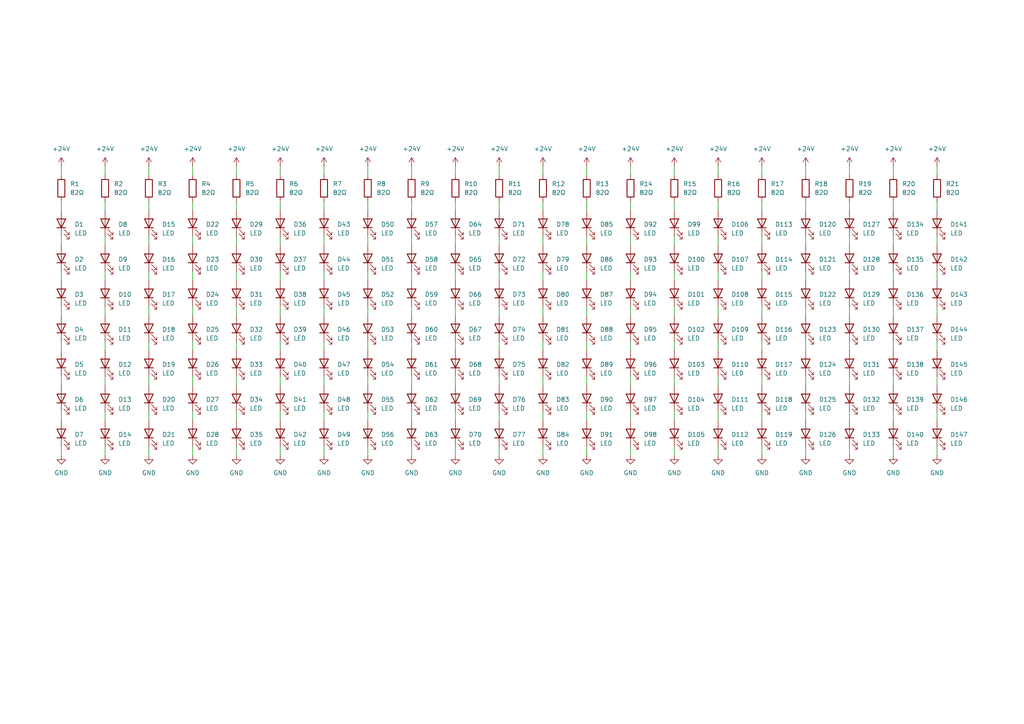
<source format=kicad_sch>
(kicad_sch (version 20211123) (generator eeschema)
  (paper "A4")
  (wire (pts (xy 170.18 119.38) (xy 170.18 121.92)))
  (wire (pts (xy 208.28 99.06) (xy 208.28 101.6)))
  (wire (pts (xy 208.28 68.58) (xy 208.28 71.12)))
  (wire (pts (xy 119.38 78.74) (xy 119.38 81.28)))
  (wire (pts (xy 132.08 48.26) (xy 132.08 50.8)))
  (wire (pts (xy 246.38 68.58) (xy 246.38 71.12)))
  (wire (pts (xy 259.08 78.74) (xy 259.08 81.28)))
  (wire (pts (xy 30.48 48.26) (xy 30.48 50.8)))
  (wire (pts (xy 246.38 119.38) (xy 246.38 121.92)))
  (wire (pts (xy 106.68 88.9) (xy 106.68 91.44)))
  (wire (pts (xy 144.78 129.54) (xy 144.78 132.08)))
  (wire (pts (xy 17.78 88.9) (xy 17.78 91.44)))
  (wire (pts (xy 17.78 99.06) (xy 17.78 101.6)))
  (wire (pts (xy 259.08 99.06) (xy 259.08 101.6)))
  (wire (pts (xy 182.88 78.74) (xy 182.88 81.28)))
  (wire (pts (xy 208.28 78.74) (xy 208.28 81.28)))
  (wire (pts (xy 17.78 109.22) (xy 17.78 111.76)))
  (wire (pts (xy 170.18 109.22) (xy 170.18 111.76)))
  (wire (pts (xy 93.98 48.26) (xy 93.98 50.8)))
  (wire (pts (xy 157.48 119.38) (xy 157.48 121.92)))
  (wire (pts (xy 246.38 88.9) (xy 246.38 91.44)))
  (wire (pts (xy 17.78 68.58) (xy 17.78 71.12)))
  (wire (pts (xy 246.38 109.22) (xy 246.38 111.76)))
  (wire (pts (xy 30.48 88.9) (xy 30.48 91.44)))
  (wire (pts (xy 132.08 58.42) (xy 132.08 60.96)))
  (wire (pts (xy 195.58 119.38) (xy 195.58 121.92)))
  (wire (pts (xy 43.18 58.42) (xy 43.18 60.96)))
  (wire (pts (xy 68.58 58.42) (xy 68.58 60.96)))
  (wire (pts (xy 43.18 99.06) (xy 43.18 101.6)))
  (wire (pts (xy 43.18 129.54) (xy 43.18 132.08)))
  (wire (pts (xy 195.58 58.42) (xy 195.58 60.96)))
  (wire (pts (xy 43.18 109.22) (xy 43.18 111.76)))
  (wire (pts (xy 30.48 109.22) (xy 30.48 111.76)))
  (wire (pts (xy 271.78 88.9) (xy 271.78 91.44)))
  (wire (pts (xy 68.58 109.22) (xy 68.58 111.76)))
  (wire (pts (xy 182.88 119.38) (xy 182.88 121.92)))
  (wire (pts (xy 119.38 58.42) (xy 119.38 60.96)))
  (wire (pts (xy 119.38 88.9) (xy 119.38 91.44)))
  (wire (pts (xy 157.48 78.74) (xy 157.48 81.28)))
  (wire (pts (xy 106.68 129.54) (xy 106.68 132.08)))
  (wire (pts (xy 220.98 99.06) (xy 220.98 101.6)))
  (wire (pts (xy 170.18 58.42) (xy 170.18 60.96)))
  (wire (pts (xy 144.78 88.9) (xy 144.78 91.44)))
  (wire (pts (xy 144.78 58.42) (xy 144.78 60.96)))
  (wire (pts (xy 132.08 99.06) (xy 132.08 101.6)))
  (wire (pts (xy 132.08 68.58) (xy 132.08 71.12)))
  (wire (pts (xy 233.68 48.26) (xy 233.68 50.8)))
  (wire (pts (xy 182.88 58.42) (xy 182.88 60.96)))
  (wire (pts (xy 30.48 129.54) (xy 30.48 132.08)))
  (wire (pts (xy 81.28 99.06) (xy 81.28 101.6)))
  (wire (pts (xy 157.48 88.9) (xy 157.48 91.44)))
  (wire (pts (xy 106.68 58.42) (xy 106.68 60.96)))
  (wire (pts (xy 157.48 109.22) (xy 157.48 111.76)))
  (wire (pts (xy 182.88 88.9) (xy 182.88 91.44)))
  (wire (pts (xy 106.68 109.22) (xy 106.68 111.76)))
  (wire (pts (xy 55.88 58.42) (xy 55.88 60.96)))
  (wire (pts (xy 220.98 88.9) (xy 220.98 91.44)))
  (wire (pts (xy 259.08 68.58) (xy 259.08 71.12)))
  (wire (pts (xy 68.58 78.74) (xy 68.58 81.28)))
  (wire (pts (xy 30.48 58.42) (xy 30.48 60.96)))
  (wire (pts (xy 93.98 88.9) (xy 93.98 91.44)))
  (wire (pts (xy 233.68 78.74) (xy 233.68 81.28)))
  (wire (pts (xy 119.38 119.38) (xy 119.38 121.92)))
  (wire (pts (xy 157.48 68.58) (xy 157.48 71.12)))
  (wire (pts (xy 220.98 58.42) (xy 220.98 60.96)))
  (wire (pts (xy 119.38 129.54) (xy 119.38 132.08)))
  (wire (pts (xy 30.48 78.74) (xy 30.48 81.28)))
  (wire (pts (xy 233.68 109.22) (xy 233.68 111.76)))
  (wire (pts (xy 93.98 109.22) (xy 93.98 111.76)))
  (wire (pts (xy 157.48 99.06) (xy 157.48 101.6)))
  (wire (pts (xy 68.58 99.06) (xy 68.58 101.6)))
  (wire (pts (xy 246.38 129.54) (xy 246.38 132.08)))
  (wire (pts (xy 55.88 48.26) (xy 55.88 50.8)))
  (wire (pts (xy 30.48 119.38) (xy 30.48 121.92)))
  (wire (pts (xy 195.58 99.06) (xy 195.58 101.6)))
  (wire (pts (xy 81.28 68.58) (xy 81.28 71.12)))
  (wire (pts (xy 81.28 88.9) (xy 81.28 91.44)))
  (wire (pts (xy 106.68 119.38) (xy 106.68 121.92)))
  (wire (pts (xy 195.58 88.9) (xy 195.58 91.44)))
  (wire (pts (xy 170.18 78.74) (xy 170.18 81.28)))
  (wire (pts (xy 119.38 109.22) (xy 119.38 111.76)))
  (wire (pts (xy 195.58 68.58) (xy 195.58 71.12)))
  (wire (pts (xy 246.38 78.74) (xy 246.38 81.28)))
  (wire (pts (xy 81.28 48.26) (xy 81.28 50.8)))
  (wire (pts (xy 106.68 99.06) (xy 106.68 101.6)))
  (wire (pts (xy 93.98 129.54) (xy 93.98 132.08)))
  (wire (pts (xy 259.08 119.38) (xy 259.08 121.92)))
  (wire (pts (xy 195.58 109.22) (xy 195.58 111.76)))
  (wire (pts (xy 93.98 119.38) (xy 93.98 121.92)))
  (wire (pts (xy 68.58 119.38) (xy 68.58 121.92)))
  (wire (pts (xy 182.88 68.58) (xy 182.88 71.12)))
  (wire (pts (xy 220.98 78.74) (xy 220.98 81.28)))
  (wire (pts (xy 170.18 88.9) (xy 170.18 91.44)))
  (wire (pts (xy 271.78 48.26) (xy 271.78 50.8)))
  (wire (pts (xy 246.38 58.42) (xy 246.38 60.96)))
  (wire (pts (xy 55.88 99.06) (xy 55.88 101.6)))
  (wire (pts (xy 220.98 48.26) (xy 220.98 50.8)))
  (wire (pts (xy 55.88 68.58) (xy 55.88 71.12)))
  (wire (pts (xy 81.28 109.22) (xy 81.28 111.76)))
  (wire (pts (xy 119.38 68.58) (xy 119.38 71.12)))
  (wire (pts (xy 208.28 129.54) (xy 208.28 132.08)))
  (wire (pts (xy 208.28 119.38) (xy 208.28 121.92)))
  (wire (pts (xy 271.78 58.42) (xy 271.78 60.96)))
  (wire (pts (xy 246.38 99.06) (xy 246.38 101.6)))
  (wire (pts (xy 68.58 88.9) (xy 68.58 91.44)))
  (wire (pts (xy 233.68 88.9) (xy 233.68 91.44)))
  (wire (pts (xy 81.28 129.54) (xy 81.28 132.08)))
  (wire (pts (xy 17.78 48.26) (xy 17.78 50.8)))
  (wire (pts (xy 157.48 129.54) (xy 157.48 132.08)))
  (wire (pts (xy 55.88 78.74) (xy 55.88 81.28)))
  (wire (pts (xy 55.88 88.9) (xy 55.88 91.44)))
  (wire (pts (xy 271.78 119.38) (xy 271.78 121.92)))
  (wire (pts (xy 233.68 58.42) (xy 233.68 60.96)))
  (wire (pts (xy 208.28 48.26) (xy 208.28 50.8)))
  (wire (pts (xy 93.98 99.06) (xy 93.98 101.6)))
  (wire (pts (xy 17.78 129.54) (xy 17.78 132.08)))
  (wire (pts (xy 68.58 68.58) (xy 68.58 71.12)))
  (wire (pts (xy 195.58 78.74) (xy 195.58 81.28)))
  (wire (pts (xy 246.38 48.26) (xy 246.38 50.8)))
  (wire (pts (xy 157.48 58.42) (xy 157.48 60.96)))
  (wire (pts (xy 55.88 119.38) (xy 55.88 121.92)))
  (wire (pts (xy 106.68 68.58) (xy 106.68 71.12)))
  (wire (pts (xy 81.28 78.74) (xy 81.28 81.28)))
  (wire (pts (xy 43.18 78.74) (xy 43.18 81.28)))
  (wire (pts (xy 55.88 129.54) (xy 55.88 132.08)))
  (wire (pts (xy 271.78 78.74) (xy 271.78 81.28)))
  (wire (pts (xy 132.08 129.54) (xy 132.08 132.08)))
  (wire (pts (xy 195.58 48.26) (xy 195.58 50.8)))
  (wire (pts (xy 170.18 99.06) (xy 170.18 101.6)))
  (wire (pts (xy 144.78 119.38) (xy 144.78 121.92)))
  (wire (pts (xy 68.58 129.54) (xy 68.58 132.08)))
  (wire (pts (xy 233.68 99.06) (xy 233.68 101.6)))
  (wire (pts (xy 259.08 109.22) (xy 259.08 111.76)))
  (wire (pts (xy 17.78 58.42) (xy 17.78 60.96)))
  (wire (pts (xy 182.88 109.22) (xy 182.88 111.76)))
  (wire (pts (xy 157.48 48.26) (xy 157.48 50.8)))
  (wire (pts (xy 81.28 119.38) (xy 81.28 121.92)))
  (wire (pts (xy 259.08 48.26) (xy 259.08 50.8)))
  (wire (pts (xy 233.68 68.58) (xy 233.68 71.12)))
  (wire (pts (xy 68.58 48.26) (xy 68.58 50.8)))
  (wire (pts (xy 43.18 68.58) (xy 43.18 71.12)))
  (wire (pts (xy 106.68 48.26) (xy 106.68 50.8)))
  (wire (pts (xy 43.18 88.9) (xy 43.18 91.44)))
  (wire (pts (xy 182.88 129.54) (xy 182.88 132.08)))
  (wire (pts (xy 220.98 129.54) (xy 220.98 132.08)))
  (wire (pts (xy 233.68 129.54) (xy 233.68 132.08)))
  (wire (pts (xy 144.78 48.26) (xy 144.78 50.8)))
  (wire (pts (xy 144.78 78.74) (xy 144.78 81.28)))
  (wire (pts (xy 182.88 48.26) (xy 182.88 50.8)))
  (wire (pts (xy 119.38 99.06) (xy 119.38 101.6)))
  (wire (pts (xy 144.78 99.06) (xy 144.78 101.6)))
  (wire (pts (xy 259.08 58.42) (xy 259.08 60.96)))
  (wire (pts (xy 208.28 58.42) (xy 208.28 60.96)))
  (wire (pts (xy 208.28 109.22) (xy 208.28 111.76)))
  (wire (pts (xy 43.18 119.38) (xy 43.18 121.92)))
  (wire (pts (xy 220.98 119.38) (xy 220.98 121.92)))
  (wire (pts (xy 259.08 129.54) (xy 259.08 132.08)))
  (wire (pts (xy 271.78 99.06) (xy 271.78 101.6)))
  (wire (pts (xy 106.68 78.74) (xy 106.68 81.28)))
  (wire (pts (xy 195.58 129.54) (xy 195.58 132.08)))
  (wire (pts (xy 93.98 68.58) (xy 93.98 71.12)))
  (wire (pts (xy 271.78 68.58) (xy 271.78 71.12)))
  (wire (pts (xy 144.78 109.22) (xy 144.78 111.76)))
  (wire (pts (xy 43.18 48.26) (xy 43.18 50.8)))
  (wire (pts (xy 271.78 109.22) (xy 271.78 111.76)))
  (wire (pts (xy 271.78 129.54) (xy 271.78 132.08)))
  (wire (pts (xy 30.48 99.06) (xy 30.48 101.6)))
  (wire (pts (xy 132.08 78.74) (xy 132.08 81.28)))
  (wire (pts (xy 220.98 109.22) (xy 220.98 111.76)))
  (wire (pts (xy 93.98 58.42) (xy 93.98 60.96)))
  (wire (pts (xy 17.78 78.74) (xy 17.78 81.28)))
  (wire (pts (xy 170.18 48.26) (xy 170.18 50.8)))
  (wire (pts (xy 132.08 109.22) (xy 132.08 111.76)))
  (wire (pts (xy 233.68 119.38) (xy 233.68 121.92)))
  (wire (pts (xy 93.98 78.74) (xy 93.98 81.28)))
  (wire (pts (xy 119.38 48.26) (xy 119.38 50.8)))
  (wire (pts (xy 132.08 88.9) (xy 132.08 91.44)))
  (wire (pts (xy 259.08 88.9) (xy 259.08 91.44)))
  (wire (pts (xy 55.88 109.22) (xy 55.88 111.76)))
  (wire (pts (xy 17.78 119.38) (xy 17.78 121.92)))
  (wire (pts (xy 132.08 119.38) (xy 132.08 121.92)))
  (wire (pts (xy 81.28 58.42) (xy 81.28 60.96)))
  (wire (pts (xy 170.18 68.58) (xy 170.18 71.12)))
  (wire (pts (xy 208.28 88.9) (xy 208.28 91.44)))
  (wire (pts (xy 220.98 68.58) (xy 220.98 71.12)))
  (wire (pts (xy 144.78 68.58) (xy 144.78 71.12)))
  (wire (pts (xy 170.18 129.54) (xy 170.18 132.08)))
  (wire (pts (xy 182.88 99.06) (xy 182.88 101.6)))
  (wire (pts (xy 30.48 68.58) (xy 30.48 71.12)))
  (symbol (lib_id "Device:LED") (at 81.28 64.77 90) (unit 1)
    (property "Reference" "D36" (at 85.09 65.0874 90) (effects (justify right)))
    (property "Value" "LED" (at 85.09 67.6274 90) (effects (justify right)))
    (property "Footprint" "LED_THT:LED_D5.0mm_Clear" (effects hide))
    (property "Datasheet" "./datasheets/F70R3b6kjHcLUcQH3Q.pdf" (effects hide))
  )
  (symbol (lib_id "Device:LED") (at 195.58 64.77 90) (unit 1)
    (property "Reference" "D99" (at 199.39 65.0874 90) (effects (justify right)))
    (property "Value" "LED" (at 199.39 67.6274 90) (effects (justify right)))
    (property "Footprint" "LED_THT:LED_D5.0mm_Clear" (effects hide))
    (property "Datasheet" "./datasheets/F70R3b6kjHcLUcQH3Q.pdf" (effects hide))
  )
  (symbol (lib_id "Device:LED") (at 30.48 64.77 90) (unit 1)
    (property "Reference" "D8" (at 34.29 65.0874 90) (effects (justify right)))
    (property "Value" "LED" (at 34.29 67.6274 90) (effects (justify right)))
    (property "Footprint" "LED_THT:LED_D5.0mm_Clear" (effects hide))
    (property "Datasheet" "./datasheets/F70R3b6kjHcLUcQH3Q.pdf" (effects hide))
  )
  (symbol (lib_id "Device:LED") (at 259.08 115.57 90) (unit 1)
    (property "Reference" "D139" (at 262.89 115.8874 90) (effects (justify right)))
    (property "Value" "LED" (at 262.89 118.4274 90) (effects (justify right)))
    (property "Footprint" "LED_THT:LED_D5.0mm_Clear" (effects hide))
    (property "Datasheet" "./datasheets/F70R3b6kjHcLUcQH3Q.pdf" (effects hide))
  )
  (symbol (lib_id "Device:LED") (at 68.58 74.93 90) (unit 1)
    (property "Reference" "D30" (at 72.39 75.2474 90) (effects (justify right)))
    (property "Value" "LED" (at 72.39 77.7874 90) (effects (justify right)))
    (property "Footprint" "LED_THT:LED_D5.0mm_Clear" (effects hide))
    (property "Datasheet" "./datasheets/F70R3b6kjHcLUcQH3Q.pdf" (effects hide))
  )
  (symbol (lib_id "Device:R") (at 55.88 54.61 0) (unit 1)
    (property "Reference" "R4" (at 58.42 53.3399 0) (effects (justify left)))
    (property "Value" "82Ω" (at 58.42 55.8799 0) (effects (justify left)))
    (property "Footprint" "Resistor_THT:R_Axial_DIN0207_L6.3mm_D2.5mm_P15.24mm_Horizontal" (effects hide))
    (property "Datasheet" "./datasheets/Yageo_LR_MFR_1-1714151.pdf" (effects hide))
    (property "Mfr. No" "MFR-25FTE52-82R" (effects hide))
    (property "Mouser No" "603-MFR-25FTE52-82R" (effects hide))
  )
  (symbol (lib_id "Device:LED") (at 220.98 115.57 90) (unit 1)
    (property "Reference" "D118" (at 224.79 115.8874 90) (effects (justify right)))
    (property "Value" "LED" (at 224.79 118.4274 90) (effects (justify right)))
    (property "Footprint" "LED_THT:LED_D5.0mm_Clear" (effects hide))
    (property "Datasheet" "./datasheets/F70R3b6kjHcLUcQH3Q.pdf" (effects hide))
  )
  (symbol (lib_id "Device:R") (at 271.78 54.61 0) (unit 1)
    (property "Reference" "R21" (at 274.32 53.3399 0) (effects (justify left)))
    (property "Value" "82Ω" (at 274.32 55.8799 0) (effects (justify left)))
    (property "Footprint" "Resistor_THT:R_Axial_DIN0207_L6.3mm_D2.5mm_P15.24mm_Horizontal" (effects hide))
    (property "Datasheet" "./datasheets/Yageo_LR_MFR_1-1714151.pdf" (effects hide))
    (property "Mfr. No" "MFR-25FTE52-82R" (effects hide))
    (property "Mouser No" "603-MFR-25FTE52-82R" (effects hide))
  )
  (symbol (lib_id "Device:LED") (at 259.08 74.93 90) (unit 1)
    (property "Reference" "D135" (at 262.89 75.2474 90) (effects (justify right)))
    (property "Value" "LED" (at 262.89 77.7874 90) (effects (justify right)))
    (property "Footprint" "LED_THT:LED_D5.0mm_Clear" (effects hide))
    (property "Datasheet" "./datasheets/F70R3b6kjHcLUcQH3Q.pdf" (effects hide))
  )
  (symbol (lib_id "Device:LED") (at 119.38 105.41 90) (unit 1)
    (property "Reference" "D61" (at 123.19 105.7274 90) (effects (justify right)))
    (property "Value" "LED" (at 123.19 108.2674 90) (effects (justify right)))
    (property "Footprint" "LED_THT:LED_D5.0mm_Clear" (effects hide))
    (property "Datasheet" "./datasheets/F70R3b6kjHcLUcQH3Q.pdf" (effects hide))
  )
  (symbol (lib_id "power:+24V") (at 119.38 48.26 0) (unit 1)
    (property "Reference" "#PWR020" (effects hide))
    (property "Value" "+24V" (at 119.38 43.18 0))
  )
  (symbol (lib_id "Device:LED") (at 93.98 125.73 90) (unit 1)
    (property "Reference" "D49" (at 97.79 126.0474 90) (effects (justify right)))
    (property "Value" "LED" (at 97.79 128.5874 90) (effects (justify right)))
    (property "Footprint" "LED_THT:LED_D5.0mm_Clear" (effects hide))
    (property "Datasheet" "./datasheets/F70R3b6kjHcLUcQH3Q.pdf" (effects hide))
  )
  (symbol (lib_id "Device:LED") (at 157.48 74.93 90) (unit 1)
    (property "Reference" "D79" (at 161.29 75.2474 90) (effects (justify right)))
    (property "Value" "LED" (at 161.29 77.7874 90) (effects (justify right)))
    (property "Footprint" "LED_THT:LED_D5.0mm_Clear" (effects hide))
    (property "Datasheet" "./datasheets/F70R3b6kjHcLUcQH3Q.pdf" (effects hide))
  )
  (symbol (lib_id "Device:LED") (at 81.28 74.93 90) (unit 1)
    (property "Reference" "D37" (at 85.09 75.2474 90) (effects (justify right)))
    (property "Value" "LED" (at 85.09 77.7874 90) (effects (justify right)))
    (property "Footprint" "LED_THT:LED_D5.0mm_Clear" (effects hide))
    (property "Datasheet" "./datasheets/F70R3b6kjHcLUcQH3Q.pdf" (effects hide))
  )
  (symbol (lib_id "power:GND") (at 233.68 132.08 0) (unit 1)
    (property "Reference" "#PWR039" (effects hide))
    (property "Value" "GND" (at 233.68 137.16 0))
  )
  (symbol (lib_id "Device:LED") (at 157.48 95.25 90) (unit 1)
    (property "Reference" "D81" (at 161.29 95.5674 90) (effects (justify right)))
    (property "Value" "LED" (at 161.29 98.1074 90) (effects (justify right)))
    (property "Footprint" "LED_THT:LED_D5.0mm_Clear" (effects hide))
    (property "Datasheet" "./datasheets/F70R3b6kjHcLUcQH3Q.pdf" (effects hide))
  )
  (symbol (lib_id "power:GND") (at 170.18 132.08 0) (unit 1)
    (property "Reference" "#PWR029" (effects hide))
    (property "Value" "GND" (at 170.18 137.16 0))
  )
  (symbol (lib_id "Device:R") (at 43.18 54.61 0) (unit 1)
    (property "Reference" "R3" (at 45.72 53.3399 0) (effects (justify left)))
    (property "Value" "82Ω" (at 45.72 55.8799 0) (effects (justify left)))
    (property "Footprint" "Resistor_THT:R_Axial_DIN0207_L6.3mm_D2.5mm_P15.24mm_Horizontal" (effects hide))
    (property "Datasheet" "./datasheets/Yageo_LR_MFR_1-1714151.pdf" (effects hide))
    (property "Mfr. No" "MFR-25FTE52-82R" (effects hide))
    (property "Mouser No" "603-MFR-25FTE52-82R" (effects hide))
  )
  (symbol (lib_id "power:+24V") (at 195.58 48.26 0) (unit 1)
    (property "Reference" "#PWR032" (effects hide))
    (property "Value" "+24V" (at 195.58 43.18 0))
  )
  (symbol (lib_id "Device:LED") (at 30.48 74.93 90) (unit 1)
    (property "Reference" "D9" (at 34.29 75.2474 90) (effects (justify right)))
    (property "Value" "LED" (at 34.29 77.7874 90) (effects (justify right)))
    (property "Footprint" "LED_THT:LED_D5.0mm_Clear" (effects hide))
    (property "Datasheet" "./datasheets/F70R3b6kjHcLUcQH3Q.pdf" (effects hide))
  )
  (symbol (lib_id "Device:LED") (at 208.28 115.57 90) (unit 1)
    (property "Reference" "D111" (at 212.09 115.8874 90) (effects (justify right)))
    (property "Value" "LED" (at 212.09 118.4274 90) (effects (justify right)))
    (property "Footprint" "LED_THT:LED_D5.0mm_Clear" (effects hide))
    (property "Datasheet" "./datasheets/F70R3b6kjHcLUcQH3Q.pdf" (effects hide))
  )
  (symbol (lib_id "Device:LED") (at 271.78 64.77 90) (unit 1)
    (property "Reference" "D141" (at 275.59 65.0874 90) (effects (justify right)))
    (property "Value" "LED" (at 275.59 67.6274 90) (effects (justify right)))
    (property "Footprint" "LED_THT:LED_D5.0mm_Clear" (effects hide))
    (property "Datasheet" "./datasheets/F70R3b6kjHcLUcQH3Q.pdf" (effects hide))
  )
  (symbol (lib_id "Device:LED") (at 144.78 105.41 90) (unit 1)
    (property "Reference" "D75" (at 148.59 105.7274 90) (effects (justify right)))
    (property "Value" "LED" (at 148.59 108.2674 90) (effects (justify right)))
    (property "Footprint" "LED_THT:LED_D5.0mm_Clear" (effects hide))
    (property "Datasheet" "./datasheets/F70R3b6kjHcLUcQH3Q.pdf" (effects hide))
  )
  (symbol (lib_id "Device:LED") (at 30.48 85.09 90) (unit 1)
    (property "Reference" "D10" (at 34.29 85.4074 90) (effects (justify right)))
    (property "Value" "LED" (at 34.29 87.9474 90) (effects (justify right)))
    (property "Footprint" "LED_THT:LED_D5.0mm_Clear" (effects hide))
    (property "Datasheet" "./datasheets/F70R3b6kjHcLUcQH3Q.pdf" (effects hide))
  )
  (symbol (lib_id "power:+24V") (at 93.98 48.26 0) (unit 1)
    (property "Reference" "#PWR016" (effects hide))
    (property "Value" "+24V" (at 93.98 43.18 0))
  )
  (symbol (lib_id "power:+24V") (at 132.08 48.26 0) (unit 1)
    (property "Reference" "#PWR022" (effects hide))
    (property "Value" "+24V" (at 132.08 43.18 0))
  )
  (symbol (lib_id "Device:LED") (at 144.78 85.09 90) (unit 1)
    (property "Reference" "D73" (at 148.59 85.4074 90) (effects (justify right)))
    (property "Value" "LED" (at 148.59 87.9474 90) (effects (justify right)))
    (property "Footprint" "LED_THT:LED_D5.0mm_Clear" (effects hide))
    (property "Datasheet" "./datasheets/F70R3b6kjHcLUcQH3Q.pdf" (effects hide))
  )
  (symbol (lib_id "Device:LED") (at 220.98 125.73 90) (unit 1)
    (property "Reference" "D119" (at 224.79 126.0474 90) (effects (justify right)))
    (property "Value" "LED" (at 224.79 128.5874 90) (effects (justify right)))
    (property "Footprint" "LED_THT:LED_D5.0mm_Clear" (effects hide))
    (property "Datasheet" "./datasheets/F70R3b6kjHcLUcQH3Q.pdf" (effects hide))
  )
  (symbol (lib_id "Device:LED") (at 55.88 74.93 90) (unit 1)
    (property "Reference" "D23" (at 59.69 75.2474 90) (effects (justify right)))
    (property "Value" "LED" (at 59.69 77.7874 90) (effects (justify right)))
    (property "Footprint" "LED_THT:LED_D5.0mm_Clear" (effects hide))
    (property "Datasheet" "./datasheets/F70R3b6kjHcLUcQH3Q.pdf" (effects hide))
  )
  (symbol (lib_id "Device:LED") (at 182.88 64.77 90) (unit 1)
    (property "Reference" "D92" (at 186.69 65.0874 90) (effects (justify right)))
    (property "Value" "LED" (at 186.69 67.6274 90) (effects (justify right)))
    (property "Footprint" "LED_THT:LED_D5.0mm_Clear" (effects hide))
    (property "Datasheet" "./datasheets/F70R3b6kjHcLUcQH3Q.pdf" (effects hide))
  )
  (symbol (lib_id "Device:LED") (at 43.18 125.73 90) (unit 1)
    (property "Reference" "D21" (at 46.99 126.0474 90) (effects (justify right)))
    (property "Value" "LED" (at 46.99 128.5874 90) (effects (justify right)))
    (property "Footprint" "LED_THT:LED_D5.0mm_Clear" (effects hide))
    (property "Datasheet" "./datasheets/F70R3b6kjHcLUcQH3Q.pdf" (effects hide))
  )
  (symbol (lib_id "Device:LED") (at 119.38 74.93 90) (unit 1)
    (property "Reference" "D58" (at 123.19 75.2474 90) (effects (justify right)))
    (property "Value" "LED" (at 123.19 77.7874 90) (effects (justify right)))
    (property "Footprint" "LED_THT:LED_D5.0mm_Clear" (effects hide))
    (property "Datasheet" "./datasheets/F70R3b6kjHcLUcQH3Q.pdf" (effects hide))
  )
  (symbol (lib_id "Device:LED") (at 246.38 74.93 90) (unit 1)
    (property "Reference" "D128" (at 250.19 75.2474 90) (effects (justify right)))
    (property "Value" "LED" (at 250.19 77.7874 90) (effects (justify right)))
    (property "Footprint" "LED_THT:LED_D5.0mm_Clear" (effects hide))
    (property "Datasheet" "./datasheets/F70R3b6kjHcLUcQH3Q.pdf" (effects hide))
  )
  (symbol (lib_id "Device:LED") (at 81.28 125.73 90) (unit 1)
    (property "Reference" "D42" (at 85.09 126.0474 90) (effects (justify right)))
    (property "Value" "LED" (at 85.09 128.5874 90) (effects (justify right)))
    (property "Footprint" "LED_THT:LED_D5.0mm_Clear" (effects hide))
    (property "Datasheet" "./datasheets/F70R3b6kjHcLUcQH3Q.pdf" (effects hide))
  )
  (symbol (lib_id "Device:LED") (at 246.38 85.09 90) (unit 1)
    (property "Reference" "D129" (at 250.19 85.4074 90) (effects (justify right)))
    (property "Value" "LED" (at 250.19 87.9474 90) (effects (justify right)))
    (property "Footprint" "LED_THT:LED_D5.0mm_Clear" (effects hide))
    (property "Datasheet" "./datasheets/F70R3b6kjHcLUcQH3Q.pdf" (effects hide))
  )
  (symbol (lib_id "power:GND") (at 55.88 132.08 0) (unit 1)
    (property "Reference" "#PWR011" (effects hide))
    (property "Value" "GND" (at 55.88 137.16 0))
  )
  (symbol (lib_id "Device:LED") (at 271.78 125.73 90) (unit 1)
    (property "Reference" "D147" (at 275.59 126.0474 90) (effects (justify right)))
    (property "Value" "LED" (at 275.59 128.5874 90) (effects (justify right)))
    (property "Footprint" "LED_THT:LED_D5.0mm_Clear" (effects hide))
    (property "Datasheet" "./datasheets/F70R3b6kjHcLUcQH3Q.pdf" (effects hide))
  )
  (symbol (lib_id "Device:LED") (at 195.58 85.09 90) (unit 1)
    (property "Reference" "D101" (at 199.39 85.4074 90) (effects (justify right)))
    (property "Value" "LED" (at 199.39 87.9474 90) (effects (justify right)))
    (property "Footprint" "LED_THT:LED_D5.0mm_Clear" (effects hide))
    (property "Datasheet" "./datasheets/F70R3b6kjHcLUcQH3Q.pdf" (effects hide))
  )
  (symbol (lib_id "Device:LED") (at 119.38 125.73 90) (unit 1)
    (property "Reference" "D63" (at 123.19 126.0474 90) (effects (justify right)))
    (property "Value" "LED" (at 123.19 128.5874 90) (effects (justify right)))
    (property "Footprint" "LED_THT:LED_D5.0mm_Clear" (effects hide))
    (property "Datasheet" "./datasheets/F70R3b6kjHcLUcQH3Q.pdf" (effects hide))
  )
  (symbol (lib_id "Device:LED") (at 208.28 74.93 90) (unit 1)
    (property "Reference" "D107" (at 212.09 75.2474 90) (effects (justify right)))
    (property "Value" "LED" (at 212.09 77.7874 90) (effects (justify right)))
    (property "Footprint" "LED_THT:LED_D5.0mm_Clear" (effects hide))
    (property "Datasheet" "./datasheets/F70R3b6kjHcLUcQH3Q.pdf" (effects hide))
  )
  (symbol (lib_id "Device:LED") (at 55.88 105.41 90) (unit 1)
    (property "Reference" "D26" (at 59.69 105.7274 90) (effects (justify right)))
    (property "Value" "LED" (at 59.69 108.2674 90) (effects (justify right)))
    (property "Footprint" "LED_THT:LED_D5.0mm_Clear" (effects hide))
    (property "Datasheet" "./datasheets/F70R3b6kjHcLUcQH3Q.pdf" (effects hide))
  )
  (symbol (lib_id "Device:LED") (at 220.98 64.77 90) (unit 1)
    (property "Reference" "D113" (at 224.79 65.0874 90) (effects (justify right)))
    (property "Value" "LED" (at 224.79 67.6274 90) (effects (justify right)))
    (property "Footprint" "LED_THT:LED_D5.0mm_Clear" (effects hide))
    (property "Datasheet" "./datasheets/F70R3b6kjHcLUcQH3Q.pdf" (effects hide))
  )
  (symbol (lib_id "Device:LED") (at 81.28 105.41 90) (unit 1)
    (property "Reference" "D40" (at 85.09 105.7274 90) (effects (justify right)))
    (property "Value" "LED" (at 85.09 108.2674 90) (effects (justify right)))
    (property "Footprint" "LED_THT:LED_D5.0mm_Clear" (effects hide))
    (property "Datasheet" "./datasheets/F70R3b6kjHcLUcQH3Q.pdf" (effects hide))
  )
  (symbol (lib_id "Device:LED") (at 259.08 125.73 90) (unit 1)
    (property "Reference" "D140" (at 262.89 126.0474 90) (effects (justify right)))
    (property "Value" "LED" (at 262.89 128.5874 90) (effects (justify right)))
    (property "Footprint" "LED_THT:LED_D5.0mm_Clear" (effects hide))
    (property "Datasheet" "./datasheets/F70R3b6kjHcLUcQH3Q.pdf" (effects hide))
  )
  (symbol (lib_id "power:GND") (at 246.38 132.08 0) (unit 1)
    (property "Reference" "#PWR041" (effects hide))
    (property "Value" "GND" (at 246.38 137.16 0))
  )
  (symbol (lib_id "Device:LED") (at 68.58 105.41 90) (unit 1)
    (property "Reference" "D33" (at 72.39 105.7274 90) (effects (justify right)))
    (property "Value" "LED" (at 72.39 108.2674 90) (effects (justify right)))
    (property "Footprint" "LED_THT:LED_D5.0mm_Clear" (effects hide))
    (property "Datasheet" "./datasheets/F70R3b6kjHcLUcQH3Q.pdf" (effects hide))
  )
  (symbol (lib_id "Device:LED") (at 182.88 115.57 90) (unit 1)
    (property "Reference" "D97" (at 186.69 115.8874 90) (effects (justify right)))
    (property "Value" "LED" (at 186.69 118.4274 90) (effects (justify right)))
    (property "Footprint" "LED_THT:LED_D5.0mm_Clear" (effects hide))
    (property "Datasheet" "./datasheets/F70R3b6kjHcLUcQH3Q.pdf" (effects hide))
  )
  (symbol (lib_id "Device:LED") (at 55.88 95.25 90) (unit 1)
    (property "Reference" "D25" (at 59.69 95.5674 90) (effects (justify right)))
    (property "Value" "LED" (at 59.69 98.1074 90) (effects (justify right)))
    (property "Footprint" "LED_THT:LED_D5.0mm_Clear" (effects hide))
    (property "Datasheet" "./datasheets/F70R3b6kjHcLUcQH3Q.pdf" (effects hide))
  )
  (symbol (lib_id "Device:LED") (at 106.68 74.93 90) (unit 1)
    (property "Reference" "D51" (at 110.49 75.2474 90) (effects (justify right)))
    (property "Value" "LED" (at 110.49 77.7874 90) (effects (justify right)))
    (property "Footprint" "LED_THT:LED_D5.0mm_Clear" (effects hide))
    (property "Datasheet" "./datasheets/F70R3b6kjHcLUcQH3Q.pdf" (effects hide))
  )
  (symbol (lib_id "Device:LED") (at 246.38 95.25 90) (unit 1)
    (property "Reference" "D130" (at 250.19 95.5674 90) (effects (justify right)))
    (property "Value" "LED" (at 250.19 98.1074 90) (effects (justify right)))
    (property "Footprint" "LED_THT:LED_D5.0mm_Clear" (effects hide))
    (property "Datasheet" "./datasheets/F70R3b6kjHcLUcQH3Q.pdf" (effects hide))
  )
  (symbol (lib_id "Device:LED") (at 106.68 95.25 90) (unit 1)
    (property "Reference" "D53" (at 110.49 95.5674 90) (effects (justify right)))
    (property "Value" "LED" (at 110.49 98.1074 90) (effects (justify right)))
    (property "Footprint" "LED_THT:LED_D5.0mm_Clear" (effects hide))
    (property "Datasheet" "./datasheets/F70R3b6kjHcLUcQH3Q.pdf" (effects hide))
  )
  (symbol (lib_id "power:GND") (at 182.88 132.08 0) (unit 1)
    (property "Reference" "#PWR031" (effects hide))
    (property "Value" "GND" (at 182.88 137.16 0))
  )
  (symbol (lib_id "Device:LED") (at 271.78 105.41 90) (unit 1)
    (property "Reference" "D145" (at 275.59 105.7274 90) (effects (justify right)))
    (property "Value" "LED" (at 275.59 108.2674 90) (effects (justify right)))
    (property "Footprint" "LED_THT:LED_D5.0mm_Clear" (effects hide))
    (property "Datasheet" "./datasheets/F70R3b6kjHcLUcQH3Q.pdf" (effects hide))
  )
  (symbol (lib_id "Device:LED") (at 30.48 125.73 90) (unit 1)
    (property "Reference" "D14" (at 34.29 126.0474 90) (effects (justify right)))
    (property "Value" "LED" (at 34.29 128.5874 90) (effects (justify right)))
    (property "Footprint" "LED_THT:LED_D5.0mm_Clear" (effects hide))
    (property "Datasheet" "./datasheets/F70R3b6kjHcLUcQH3Q.pdf" (effects hide))
  )
  (symbol (lib_id "power:+24V") (at 81.28 48.26 0) (unit 1)
    (property "Reference" "#PWR014" (effects hide))
    (property "Value" "+24V" (at 81.28 43.18 0))
  )
  (symbol (lib_id "Device:LED") (at 43.18 95.25 90) (unit 1)
    (property "Reference" "D18" (at 46.99 95.5674 90) (effects (justify right)))
    (property "Value" "LED" (at 46.99 98.1074 90) (effects (justify right)))
    (property "Footprint" "LED_THT:LED_D5.0mm_Clear" (effects hide))
    (property "Datasheet" "./datasheets/F70R3b6kjHcLUcQH3Q.pdf" (effects hide))
  )
  (symbol (lib_id "Device:R") (at 208.28 54.61 0) (unit 1)
    (property "Reference" "R16" (at 210.82 53.3399 0) (effects (justify left)))
    (property "Value" "82Ω" (at 210.82 55.8799 0) (effects (justify left)))
    (property "Footprint" "Resistor_THT:R_Axial_DIN0207_L6.3mm_D2.5mm_P15.24mm_Horizontal" (effects hide))
    (property "Datasheet" "./datasheets/Yageo_LR_MFR_1-1714151.pdf" (effects hide))
    (property "Mfr. No" "MFR-25FTE52-82R" (effects hide))
    (property "Mouser No" "603-MFR-25FTE52-82R" (effects hide))
  )
  (symbol (lib_id "Device:R") (at 17.78 54.61 0) (unit 1)
    (property "Reference" "R1" (at 20.32 53.3399 0) (effects (justify left)))
    (property "Value" "82Ω" (at 20.32 55.8799 0) (effects (justify left)))
    (property "Footprint" "Resistor_THT:R_Axial_DIN0207_L6.3mm_D2.5mm_P15.24mm_Horizontal" (effects hide))
    (property "Datasheet" "./datasheets/Yageo_LR_MFR_1-1714151.pdf" (effects hide))
    (property "Mfr. No" "MFR-25FTE52-82R" (effects hide))
    (property "Mouser No" "603-MFR-25FTE52-82R" (effects hide))
  )
  (symbol (lib_id "Device:LED") (at 220.98 95.25 90) (unit 1)
    (property "Reference" "D116" (at 224.79 95.5674 90) (effects (justify right)))
    (property "Value" "LED" (at 224.79 98.1074 90) (effects (justify right)))
    (property "Footprint" "LED_THT:LED_D5.0mm_Clear" (effects hide))
    (property "Datasheet" "./datasheets/F70R3b6kjHcLUcQH3Q.pdf" (effects hide))
  )
  (symbol (lib_id "power:+24V") (at 43.18 48.26 0) (unit 1)
    (property "Reference" "#PWR08" (effects hide))
    (property "Value" "+24V" (at 43.18 43.18 0))
  )
  (symbol (lib_id "Device:R") (at 30.48 54.61 0) (unit 1)
    (property "Reference" "R2" (at 33.02 53.3399 0) (effects (justify left)))
    (property "Value" "82Ω" (at 33.02 55.8799 0) (effects (justify left)))
    (property "Footprint" "Resistor_THT:R_Axial_DIN0207_L6.3mm_D2.5mm_P15.24mm_Horizontal" (effects hide))
    (property "Datasheet" "./datasheets/Yageo_LR_MFR_1-1714151.pdf" (effects hide))
    (property "Mfr. No" "MFR-25FTE52-82R" (effects hide))
    (property "Mouser No" "603-MFR-25FTE52-82R" (effects hide))
  )
  (symbol (lib_id "Device:LED") (at 68.58 64.77 90) (unit 1)
    (property "Reference" "D29" (at 72.39 65.0874 90) (effects (justify right)))
    (property "Value" "LED" (at 72.39 67.6274 90) (effects (justify right)))
    (property "Footprint" "LED_THT:LED_D5.0mm_Clear" (effects hide))
    (property "Datasheet" "./datasheets/F70R3b6kjHcLUcQH3Q.pdf" (effects hide))
  )
  (symbol (lib_id "Device:LED") (at 208.28 125.73 90) (unit 1)
    (property "Reference" "D112" (at 212.09 126.0474 90) (effects (justify right)))
    (property "Value" "LED" (at 212.09 128.5874 90) (effects (justify right)))
    (property "Footprint" "LED_THT:LED_D5.0mm_Clear" (effects hide))
    (property "Datasheet" "./datasheets/F70R3b6kjHcLUcQH3Q.pdf" (effects hide))
  )
  (symbol (lib_id "Device:LED") (at 119.38 95.25 90) (unit 1)
    (property "Reference" "D60" (at 123.19 95.5674 90) (effects (justify right)))
    (property "Value" "LED" (at 123.19 98.1074 90) (effects (justify right)))
    (property "Footprint" "LED_THT:LED_D5.0mm_Clear" (effects hide))
    (property "Datasheet" "./datasheets/F70R3b6kjHcLUcQH3Q.pdf" (effects hide))
  )
  (symbol (lib_id "power:+24V") (at 144.78 48.26 0) (unit 1)
    (property "Reference" "#PWR024" (effects hide))
    (property "Value" "+24V" (at 144.78 43.18 0))
  )
  (symbol (lib_id "Device:LED") (at 208.28 64.77 90) (unit 1)
    (property "Reference" "D106" (at 212.09 65.0874 90) (effects (justify right)))
    (property "Value" "LED" (at 212.09 67.6274 90) (effects (justify right)))
    (property "Footprint" "LED_THT:LED_D5.0mm_Clear" (effects hide))
    (property "Datasheet" "./datasheets/F70R3b6kjHcLUcQH3Q.pdf" (effects hide))
  )
  (symbol (lib_id "power:GND") (at 81.28 132.08 0) (unit 1)
    (property "Reference" "#PWR015" (effects hide))
    (property "Value" "GND" (at 81.28 137.16 0))
  )
  (symbol (lib_id "Device:LED") (at 93.98 95.25 90) (unit 1)
    (property "Reference" "D46" (at 97.79 95.5674 90) (effects (justify right)))
    (property "Value" "LED" (at 97.79 98.1074 90) (effects (justify right)))
    (property "Footprint" "LED_THT:LED_D5.0mm_Clear" (effects hide))
    (property "Datasheet" "./datasheets/F70R3b6kjHcLUcQH3Q.pdf" (effects hide))
  )
  (symbol (lib_id "Device:LED") (at 246.38 125.73 90) (unit 1)
    (property "Reference" "D133" (at 250.19 126.0474 90) (effects (justify right)))
    (property "Value" "LED" (at 250.19 128.5874 90) (effects (justify right)))
    (property "Footprint" "LED_THT:LED_D5.0mm_Clear" (effects hide))
    (property "Datasheet" "./datasheets/F70R3b6kjHcLUcQH3Q.pdf" (effects hide))
  )
  (symbol (lib_id "Device:LED") (at 93.98 115.57 90) (unit 1)
    (property "Reference" "D48" (at 97.79 115.8874 90) (effects (justify right)))
    (property "Value" "LED" (at 97.79 118.4274 90) (effects (justify right)))
    (property "Footprint" "LED_THT:LED_D5.0mm_Clear" (effects hide))
    (property "Datasheet" "./datasheets/F70R3b6kjHcLUcQH3Q.pdf" (effects hide))
  )
  (symbol (lib_id "Device:R") (at 195.58 54.61 0) (unit 1)
    (property "Reference" "R15" (at 198.12 53.3399 0) (effects (justify left)))
    (property "Value" "82Ω" (at 198.12 55.8799 0) (effects (justify left)))
    (property "Footprint" "Resistor_THT:R_Axial_DIN0207_L6.3mm_D2.5mm_P15.24mm_Horizontal" (effects hide))
    (property "Datasheet" "./datasheets/Yageo_LR_MFR_1-1714151.pdf" (effects hide))
    (property "Mfr. No" "MFR-25FTE52-82R" (effects hide))
    (property "Mouser No" "603-MFR-25FTE52-82R" (effects hide))
  )
  (symbol (lib_id "Device:LED") (at 93.98 105.41 90) (unit 1)
    (property "Reference" "D47" (at 97.79 105.7274 90) (effects (justify right)))
    (property "Value" "LED" (at 97.79 108.2674 90) (effects (justify right)))
    (property "Footprint" "LED_THT:LED_D5.0mm_Clear" (effects hide))
    (property "Datasheet" "./datasheets/F70R3b6kjHcLUcQH3Q.pdf" (effects hide))
  )
  (symbol (lib_id "Device:LED") (at 220.98 85.09 90) (unit 1)
    (property "Reference" "D115" (at 224.79 85.4074 90) (effects (justify right)))
    (property "Value" "LED" (at 224.79 87.9474 90) (effects (justify right)))
    (property "Footprint" "LED_THT:LED_D5.0mm_Clear" (effects hide))
    (property "Datasheet" "./datasheets/F70R3b6kjHcLUcQH3Q.pdf" (effects hide))
  )
  (symbol (lib_id "Device:R") (at 170.18 54.61 0) (unit 1)
    (property "Reference" "R13" (at 172.72 53.3399 0) (effects (justify left)))
    (property "Value" "82Ω" (at 172.72 55.8799 0) (effects (justify left)))
    (property "Footprint" "Resistor_THT:R_Axial_DIN0207_L6.3mm_D2.5mm_P15.24mm_Horizontal" (effects hide))
    (property "Datasheet" "./datasheets/Yageo_LR_MFR_1-1714151.pdf" (effects hide))
    (property "Mfr. No" "MFR-25FTE52-82R" (effects hide))
    (property "Mouser No" "603-MFR-25FTE52-82R" (effects hide))
  )
  (symbol (lib_id "Device:R") (at 233.68 54.61 0) (unit 1)
    (property "Reference" "R18" (at 236.22 53.3399 0) (effects (justify left)))
    (property "Value" "82Ω" (at 236.22 55.8799 0) (effects (justify left)))
    (property "Footprint" "Resistor_THT:R_Axial_DIN0207_L6.3mm_D2.5mm_P15.24mm_Horizontal" (effects hide))
    (property "Datasheet" "./datasheets/Yageo_LR_MFR_1-1714151.pdf" (effects hide))
    (property "Mfr. No" "MFR-25FTE52-82R" (effects hide))
    (property "Mouser No" "603-MFR-25FTE52-82R" (effects hide))
  )
  (symbol (lib_id "Device:R") (at 220.98 54.61 0) (unit 1)
    (property "Reference" "R17" (at 223.52 53.3399 0) (effects (justify left)))
    (property "Value" "82Ω" (at 223.52 55.8799 0) (effects (justify left)))
    (property "Footprint" "Resistor_THT:R_Axial_DIN0207_L6.3mm_D2.5mm_P15.24mm_Horizontal" (effects hide))
    (property "Datasheet" "./datasheets/Yageo_LR_MFR_1-1714151.pdf" (effects hide))
    (property "Mfr. No" "MFR-25FTE52-82R" (effects hide))
    (property "Mouser No" "603-MFR-25FTE52-82R" (effects hide))
  )
  (symbol (lib_id "Device:LED") (at 220.98 105.41 90) (unit 1)
    (property "Reference" "D117" (at 224.79 105.7274 90) (effects (justify right)))
    (property "Value" "LED" (at 224.79 108.2674 90) (effects (justify right)))
    (property "Footprint" "LED_THT:LED_D5.0mm_Clear" (effects hide))
    (property "Datasheet" "./datasheets/F70R3b6kjHcLUcQH3Q.pdf" (effects hide))
  )
  (symbol (lib_id "power:GND") (at 30.48 132.08 0) (unit 1)
    (property "Reference" "#PWR07" (effects hide))
    (property "Value" "GND" (at 30.48 137.16 0))
  )
  (symbol (lib_id "Device:LED") (at 259.08 85.09 90) (unit 1)
    (property "Reference" "D136" (at 262.89 85.4074 90) (effects (justify right)))
    (property "Value" "LED" (at 262.89 87.9474 90) (effects (justify right)))
    (property "Footprint" "LED_THT:LED_D5.0mm_Clear" (effects hide))
    (property "Datasheet" "./datasheets/F70R3b6kjHcLUcQH3Q.pdf" (effects hide))
  )
  (symbol (lib_id "Device:LED") (at 195.58 95.25 90) (unit 1)
    (property "Reference" "D102" (at 199.39 95.5674 90) (effects (justify right)))
    (property "Value" "LED" (at 199.39 98.1074 90) (effects (justify right)))
    (property "Footprint" "LED_THT:LED_D5.0mm_Clear" (effects hide))
    (property "Datasheet" "./datasheets/F70R3b6kjHcLUcQH3Q.pdf" (effects hide))
  )
  (symbol (lib_id "Device:LED") (at 170.18 64.77 90) (unit 1)
    (property "Reference" "D85" (at 173.99 65.0874 90) (effects (justify right)))
    (property "Value" "LED" (at 173.99 67.6274 90) (effects (justify right)))
    (property "Footprint" "LED_THT:LED_D5.0mm_Clear" (effects hide))
    (property "Datasheet" "./datasheets/F70R3b6kjHcLUcQH3Q.pdf" (effects hide))
  )
  (symbol (lib_id "Device:R") (at 182.88 54.61 0) (unit 1)
    (property "Reference" "R14" (at 185.42 53.3399 0) (effects (justify left)))
    (property "Value" "82Ω" (at 185.42 55.8799 0) (effects (justify left)))
    (property "Footprint" "Resistor_THT:R_Axial_DIN0207_L6.3mm_D2.5mm_P15.24mm_Horizontal" (effects hide))
    (property "Datasheet" "./datasheets/Yageo_LR_MFR_1-1714151.pdf" (effects hide))
    (property "Mouser No" "603-MFR-25FTE52-82R" (effects hide))
    (property "Mfr. No" "MFR-25FTE52-82R" (effects hide))
  )
  (symbol (lib_id "Device:LED") (at 246.38 115.57 90) (unit 1)
    (property "Reference" "D132" (at 250.19 115.8874 90) (effects (justify right)))
    (property "Value" "LED" (at 250.19 118.4274 90) (effects (justify right)))
    (property "Footprint" "LED_THT:LED_D5.0mm_Clear" (effects hide))
    (property "Datasheet" "./datasheets/F70R3b6kjHcLUcQH3Q.pdf" (effects hide))
  )
  (symbol (lib_id "power:+24V") (at 157.48 48.26 0) (unit 1)
    (property "Reference" "#PWR026" (effects hide))
    (property "Value" "+24V" (at 157.48 43.18 0))
  )
  (symbol (lib_id "Device:LED") (at 43.18 115.57 90) (unit 1)
    (property "Reference" "D20" (at 46.99 115.8874 90) (effects (justify right)))
    (property "Value" "LED" (at 46.99 118.4274 90) (effects (justify right)))
    (property "Footprint" "LED_THT:LED_D5.0mm_Clear" (effects hide))
    (property "Datasheet" "./datasheets/F70R3b6kjHcLUcQH3Q.pdf" (effects hide))
  )
  (symbol (lib_id "power:GND") (at 157.48 132.08 0) (unit 1)
    (property "Reference" "#PWR027" (effects hide))
    (property "Value" "GND" (at 157.48 137.16 0))
  )
  (symbol (lib_id "power:+24V") (at 106.68 48.26 0) (unit 1)
    (property "Reference" "#PWR018" (effects hide))
    (property "Value" "+24V" (at 106.68 43.18 0))
  )
  (symbol (lib_id "power:GND") (at 208.28 132.08 0) (unit 1)
    (property "Reference" "#PWR035" (effects hide))
    (property "Value" "GND" (at 208.28 137.16 0))
  )
  (symbol (lib_id "Device:LED") (at 271.78 115.57 90) (unit 1)
    (property "Reference" "D146" (at 275.59 115.8874 90) (effects (justify right)))
    (property "Value" "LED" (at 275.59 118.4274 90) (effects (justify right)))
    (property "Footprint" "LED_THT:LED_D5.0mm_Clear" (effects hide))
    (property "Datasheet" "./datasheets/F70R3b6kjHcLUcQH3Q.pdf" (effects hide))
  )
  (symbol (lib_id "power:+24V") (at 233.68 48.26 0) (unit 1)
    (property "Reference" "#PWR038" (effects hide))
    (property "Value" "+24V" (at 233.68 43.18 0))
  )
  (symbol (lib_id "Device:LED") (at 132.08 115.57 90) (unit 1)
    (property "Reference" "D69" (at 135.89 115.8874 90) (effects (justify right)))
    (property "Value" "LED" (at 135.89 118.4274 90) (effects (justify right)))
    (property "Footprint" "LED_THT:LED_D5.0mm_Clear" (effects hide))
    (property "Datasheet" "./datasheets/F70R3b6kjHcLUcQH3Q.pdf" (effects hide))
  )
  (symbol (lib_id "Device:LED") (at 119.38 85.09 90) (unit 1)
    (property "Reference" "D59" (at 123.19 85.4074 90) (effects (justify right)))
    (property "Value" "LED" (at 123.19 87.9474 90) (effects (justify right)))
    (property "Footprint" "LED_THT:LED_D5.0mm_Clear" (effects hide))
    (property "Datasheet" "./datasheets/F70R3b6kjHcLUcQH3Q.pdf" (effects hide))
  )
  (symbol (lib_id "Device:LED") (at 132.08 105.41 90) (unit 1)
    (property "Reference" "D68" (at 135.89 105.7274 90) (effects (justify right)))
    (property "Value" "LED" (at 135.89 108.2674 90) (effects (justify right)))
    (property "Footprint" "LED_THT:LED_D5.0mm_Clear" (effects hide))
    (property "Datasheet" "./datasheets/F70R3b6kjHcLUcQH3Q.pdf" (effects hide))
  )
  (symbol (lib_id "Device:LED") (at 106.68 85.09 90) (unit 1)
    (property "Reference" "D52" (at 110.49 85.4074 90) (effects (justify right)))
    (property "Value" "LED" (at 110.49 87.9474 90) (effects (justify right)))
    (property "Footprint" "LED_THT:LED_D5.0mm_Clear" (effects hide))
    (property "Datasheet" "./datasheets/F70R3b6kjHcLUcQH3Q.pdf" (effects hide))
  )
  (symbol (lib_id "power:GND") (at 220.98 132.08 0) (unit 1)
    (property "Reference" "#PWR037" (effects hide))
    (property "Value" "GND" (at 220.98 137.16 0))
  )
  (symbol (lib_id "Device:LED") (at 17.78 95.25 90) (unit 1)
    (property "Reference" "D4" (at 21.59 95.5674 90) (effects (justify right)))
    (property "Value" "LED" (at 21.59 98.1074 90) (effects (justify right)))
    (property "Footprint" "LED_THT:LED_D5.0mm_Clear" (effects hide))
    (property "Datasheet" "./datasheets/F70R3b6kjHcLUcQH3Q.pdf" (effects hide))
  )
  (symbol (lib_id "Device:LED") (at 195.58 105.41 90) (unit 1)
    (property "Reference" "D103" (at 199.39 105.7274 90) (effects (justify right)))
    (property "Value" "LED" (at 199.39 108.2674 90) (effects (justify right)))
    (property "Footprint" "LED_THT:LED_D5.0mm_Clear" (effects hide))
    (property "Datasheet" "./datasheets/F70R3b6kjHcLUcQH3Q.pdf" (effects hide))
  )
  (symbol (lib_id "Device:LED") (at 195.58 74.93 90) (unit 1)
    (property "Reference" "D100" (at 199.39 75.2474 90) (effects (justify right)))
    (property "Value" "LED" (at 199.39 77.7874 90) (effects (justify right)))
    (property "Footprint" "LED_THT:LED_D5.0mm_Clear" (effects hide))
    (property "Datasheet" "./datasheets/F70R3b6kjHcLUcQH3Q.pdf" (effects hide))
  )
  (symbol (lib_id "Device:LED") (at 157.48 105.41 90) (unit 1)
    (property "Reference" "D82" (at 161.29 105.7274 90) (effects (justify right)))
    (property "Value" "LED" (at 161.29 108.2674 90) (effects (justify right)))
    (property "Footprint" "LED_THT:LED_D5.0mm_Clear" (effects hide))
    (property "Datasheet" "./datasheets/F70R3b6kjHcLUcQH3Q.pdf" (effects hide))
  )
  (symbol (lib_id "Device:LED") (at 259.08 64.77 90) (unit 1)
    (property "Reference" "D134" (at 262.89 65.0874 90) (effects (justify right)))
    (property "Value" "LED" (at 262.89 67.6274 90) (effects (justify right)))
    (property "Footprint" "LED_THT:LED_D5.0mm_Clear" (effects hide))
    (property "Datasheet" "./datasheets/F70R3b6kjHcLUcQH3Q.pdf" (effects hide))
  )
  (symbol (lib_id "Device:LED") (at 68.58 115.57 90) (unit 1)
    (property "Reference" "D34" (at 72.39 115.8874 90) (effects (justify right)))
    (property "Value" "LED" (at 72.39 118.4274 90) (effects (justify right)))
    (property "Footprint" "LED_THT:LED_D5.0mm_Clear" (effects hide))
    (property "Datasheet" "./datasheets/F70R3b6kjHcLUcQH3Q.pdf" (effects hide))
  )
  (symbol (lib_id "power:GND") (at 93.98 132.08 0) (unit 1)
    (property "Reference" "#PWR017" (effects hide))
    (property "Value" "GND" (at 93.98 137.16 0))
  )
  (symbol (lib_id "Device:LED") (at 182.88 105.41 90) (unit 1)
    (property "Reference" "D96" (at 186.69 105.7274 90) (effects (justify right)))
    (property "Value" "LED" (at 186.69 108.2674 90) (effects (justify right)))
    (property "Footprint" "LED_THT:LED_D5.0mm_Clear" (effects hide))
    (property "Datasheet" "./datasheets/F70R3b6kjHcLUcQH3Q.pdf" (effects hide))
  )
  (symbol (lib_id "Device:LED") (at 106.68 125.73 90) (unit 1)
    (property "Reference" "D56" (at 110.49 126.0474 90) (effects (justify right)))
    (property "Value" "LED" (at 110.49 128.5874 90) (effects (justify right)))
    (property "Footprint" "LED_THT:LED_D5.0mm_Clear" (effects hide))
    (property "Datasheet" "./datasheets/F70R3b6kjHcLUcQH3Q.pdf" (effects hide))
  )
  (symbol (lib_id "Device:LED") (at 30.48 95.25 90) (unit 1)
    (property "Reference" "D11" (at 34.29 95.5674 90) (effects (justify right)))
    (property "Value" "LED" (at 34.29 98.1074 90) (effects (justify right)))
    (property "Footprint" "LED_THT:LED_D5.0mm_Clear" (effects hide))
    (property "Datasheet" "./datasheets/F70R3b6kjHcLUcQH3Q.pdf" (effects hide))
  )
  (symbol (lib_id "Device:LED") (at 55.88 85.09 90) (unit 1)
    (property "Reference" "D24" (at 59.69 85.4074 90) (effects (justify right)))
    (property "Value" "LED" (at 59.69 87.9474 90) (effects (justify right)))
    (property "Footprint" "LED_THT:LED_D5.0mm_Clear" (effects hide))
    (property "Datasheet" "./datasheets/F70R3b6kjHcLUcQH3Q.pdf" (effects hide))
  )
  (symbol (lib_id "Device:LED") (at 170.18 115.57 90) (unit 1)
    (property "Reference" "D90" (at 173.99 115.8874 90) (effects (justify right)))
    (property "Value" "LED" (at 173.99 118.4274 90) (effects (justify right)))
    (property "Footprint" "LED_THT:LED_D5.0mm_Clear" (effects hide))
    (property "Datasheet" "./datasheets/F70R3b6kjHcLUcQH3Q.pdf" (effects hide))
  )
  (symbol (lib_id "Device:LED") (at 233.68 125.73 90) (unit 1)
    (property "Reference" "D126" (at 237.49 126.0474 90) (effects (justify right)))
    (property "Value" "LED" (at 237.49 128.5874 90) (effects (justify right)))
    (property "Footprint" "LED_THT:LED_D5.0mm_Clear" (effects hide))
    (property "Datasheet" "./datasheets/F70R3b6kjHcLUcQH3Q.pdf" (effects hide))
  )
  (symbol (lib_id "Device:LED") (at 195.58 125.73 90) (unit 1)
    (property "Reference" "D105" (at 199.39 126.0474 90) (effects (justify right)))
    (property "Value" "LED" (at 199.39 128.5874 90) (effects (justify right)))
    (property "Footprint" "LED_THT:LED_D5.0mm_Clear" (effects hide))
    (property "Datasheet" "./datasheets/F70R3b6kjHcLUcQH3Q.pdf" (effects hide))
  )
  (symbol (lib_id "Device:LED") (at 233.68 85.09 90) (unit 1)
    (property "Reference" "D122" (at 237.49 85.4074 90) (effects (justify right)))
    (property "Value" "LED" (at 237.49 87.9474 90) (effects (justify right)))
    (property "Footprint" "LED_THT:LED_D5.0mm_Clear" (effects hide))
    (property "Datasheet" "./datasheets/F70R3b6kjHcLUcQH3Q.pdf" (effects hide))
  )
  (symbol (lib_id "Device:LED") (at 170.18 125.73 90) (unit 1)
    (property "Reference" "D91" (at 173.99 126.0474 90) (effects (justify right)))
    (property "Value" "LED" (at 173.99 128.5874 90) (effects (justify right)))
    (property "Footprint" "LED_THT:LED_D5.0mm_Clear" (effects hide))
    (property "Datasheet" "./datasheets/F70R3b6kjHcLUcQH3Q.pdf" (effects hide))
  )
  (symbol (lib_id "power:GND") (at 68.58 132.08 0) (unit 1)
    (property "Reference" "#PWR013" (effects hide))
    (property "Value" "GND" (at 68.58 137.16 0))
  )
  (symbol (lib_id "power:GND") (at 43.18 132.08 0) (unit 1)
    (property "Reference" "#PWR09" (effects hide))
    (property "Value" "GND" (at 43.18 137.16 0))
  )
  (symbol (lib_id "power:+24V") (at 30.48 48.26 0) (unit 1)
    (property "Reference" "#PWR06" (effects hide))
    (property "Value" "+24V" (at 30.48 43.18 0))
  )
  (symbol (lib_id "Device:R") (at 157.48 54.61 0) (unit 1)
    (property "Reference" "R12" (at 160.02 53.3399 0) (effects (justify left)))
    (property "Value" "82Ω" (at 160.02 55.8799 0) (effects (justify left)))
    (property "Footprint" "Resistor_THT:R_Axial_DIN0207_L6.3mm_D2.5mm_P15.24mm_Horizontal" (effects hide))
    (property "Datasheet" "./datasheets/Yageo_LR_MFR_1-1714151.pdf" (effects hide))
    (property "Mfr. No" "MFR-25FTE52-82R" (effects hide))
    (property "Mouser No" "603-MFR-25FTE52-82R" (effects hide))
  )
  (symbol (lib_id "power:GND") (at 132.08 132.08 0) (unit 1)
    (property "Reference" "#PWR023" (effects hide))
    (property "Value" "GND" (at 132.08 137.16 0))
  )
  (symbol (lib_id "Device:LED") (at 195.58 115.57 90) (unit 1)
    (property "Reference" "D104" (at 199.39 115.8874 90) (effects (justify right)))
    (property "Value" "LED" (at 199.39 118.4274 90) (effects (justify right)))
    (property "Footprint" "LED_THT:LED_D5.0mm_Clear" (effects hide))
    (property "Datasheet" "./datasheets/F70R3b6kjHcLUcQH3Q.pdf" (effects hide))
  )
  (symbol (lib_id "Device:LED") (at 17.78 125.73 90) (unit 1)
    (property "Reference" "D7" (at 21.59 126.0474 90) (effects (justify right)))
    (property "Value" "LED" (at 21.59 128.5874 90) (effects (justify right)))
    (property "Footprint" "LED_THT:LED_D5.0mm_Clear" (effects hide))
    (property "Datasheet" "./datasheets/F70R3b6kjHcLUcQH3Q.pdf" (effects hide))
  )
  (symbol (lib_id "Device:LED") (at 93.98 64.77 90) (unit 1)
    (property "Reference" "D43" (at 97.79 65.0874 90) (effects (justify right)))
    (property "Value" "LED" (at 97.79 67.6274 90) (effects (justify right)))
    (property "Footprint" "LED_THT:LED_D5.0mm_Clear" (effects hide))
    (property "Datasheet" "./datasheets/F70R3b6kjHcLUcQH3Q.pdf" (effects hide))
  )
  (symbol (lib_id "Device:LED") (at 271.78 95.25 90) (unit 1)
    (property "Reference" "D144" (at 275.59 95.5674 90) (effects (justify right)))
    (property "Value" "LED" (at 275.59 98.1074 90) (effects (justify right)))
    (property "Footprint" "LED_THT:LED_D5.0mm_Clear" (effects hide))
    (property "Datasheet" "./datasheets/F70R3b6kjHcLUcQH3Q.pdf" (effects hide))
  )
  (symbol (lib_id "Device:R") (at 106.68 54.61 0) (unit 1)
    (property "Reference" "R8" (at 109.22 53.3399 0) (effects (justify left)))
    (property "Value" "82Ω" (at 109.22 55.8799 0) (effects (justify left)))
    (property "Footprint" "Resistor_THT:R_Axial_DIN0207_L6.3mm_D2.5mm_P15.24mm_Horizontal" (effects hide))
    (property "Datasheet" "./datasheets/Yageo_LR_MFR_1-1714151.pdf" (effects hide))
    (property "Mfr. No" "MFR-25FTE52-82R" (effects hide))
    (property "Mouser No" "603-MFR-25FTE52-82R" (effects hide))
  )
  (symbol (lib_id "Device:LED") (at 233.68 74.93 90) (unit 1)
    (property "Reference" "D121" (at 237.49 75.2474 90) (effects (justify right)))
    (property "Value" "LED" (at 237.49 77.7874 90) (effects (justify right)))
    (property "Footprint" "LED_THT:LED_D5.0mm_Clear" (effects hide))
    (property "Datasheet" "./datasheets/F70R3b6kjHcLUcQH3Q.pdf" (effects hide))
  )
  (symbol (lib_id "Device:LED") (at 157.48 85.09 90) (unit 1)
    (property "Reference" "D80" (at 161.29 85.4074 90) (effects (justify right)))
    (property "Value" "LED" (at 161.29 87.9474 90) (effects (justify right)))
    (property "Footprint" "LED_THT:LED_D5.0mm_Clear" (effects hide))
    (property "Datasheet" "./datasheets/F70R3b6kjHcLUcQH3Q.pdf" (effects hide))
  )
  (symbol (lib_id "Device:LED") (at 170.18 95.25 90) (unit 1)
    (property "Reference" "D88" (at 173.99 95.5674 90) (effects (justify right)))
    (property "Value" "LED" (at 173.99 98.1074 90) (effects (justify right)))
    (property "Footprint" "LED_THT:LED_D5.0mm_Clear" (effects hide))
    (property "Datasheet" "./datasheets/F70R3b6kjHcLUcQH3Q.pdf" (effects hide))
  )
  (symbol (lib_id "Device:LED") (at 144.78 125.73 90) (unit 1)
    (property "Reference" "D77" (at 148.59 126.0474 90) (effects (justify right)))
    (property "Value" "LED" (at 148.59 128.5874 90) (effects (justify right)))
    (property "Footprint" "LED_THT:LED_D5.0mm_Clear" (effects hide))
    (property "Datasheet" "./datasheets/F70R3b6kjHcLUcQH3Q.pdf" (effects hide))
  )
  (symbol (lib_id "power:GND") (at 144.78 132.08 0) (unit 1)
    (property "Reference" "#PWR025" (effects hide))
    (property "Value" "GND" (at 144.78 137.16 0))
  )
  (symbol (lib_id "power:+24V") (at 182.88 48.26 0) (unit 1)
    (property "Reference" "#PWR030" (effects hide))
    (property "Value" "+24V" (at 182.88 43.18 0))
  )
  (symbol (lib_id "Device:LED") (at 259.08 105.41 90) (unit 1)
    (property "Reference" "D138" (at 262.89 105.7274 90) (effects (justify right)))
    (property "Value" "LED" (at 262.89 108.2674 90) (effects (justify right)))
    (property "Footprint" "LED_THT:LED_D5.0mm_Clear" (effects hide))
    (property "Datasheet" "./datasheets/F70R3b6kjHcLUcQH3Q.pdf" (effects hide))
  )
  (symbol (lib_id "power:+24V") (at 259.08 48.26 0) (unit 1)
    (property "Reference" "#PWR042" (effects hide))
    (property "Value" "+24V" (at 259.08 43.18 0))
  )
  (symbol (lib_id "Device:LED") (at 81.28 115.57 90) (unit 1)
    (property "Reference" "D41" (at 85.09 115.8874 90) (effects (justify right)))
    (property "Value" "LED" (at 85.09 118.4274 90) (effects (justify right)))
    (property "Footprint" "LED_THT:LED_D5.0mm_Clear" (effects hide))
    (property "Datasheet" "./datasheets/F70R3b6kjHcLUcQH3Q.pdf" (effects hide))
  )
  (symbol (lib_id "power:+24V") (at 17.78 48.26 0) (unit 1)
    (property "Reference" "#PWR04" (effects hide))
    (property "Value" "+24V" (at 17.78 43.18 0))
  )
  (symbol (lib_id "Device:LED") (at 132.08 85.09 90) (unit 1)
    (property "Reference" "D66" (at 135.89 85.4074 90) (effects (justify right)))
    (property "Value" "LED" (at 135.89 87.9474 90) (effects (justify right)))
    (property "Footprint" "LED_THT:LED_D5.0mm_Clear" (effects hide))
    (property "Datasheet" "./datasheets/F70R3b6kjHcLUcQH3Q.pdf" (effects hide))
  )
  (symbol (lib_id "Device:LED") (at 157.48 64.77 90) (unit 1)
    (property "Reference" "D78" (at 161.29 65.0874 90) (effects (justify right)))
    (property "Value" "LED" (at 161.29 67.6274 90) (effects (justify right)))
    (property "Footprint" "LED_THT:LED_D5.0mm_Clear" (effects hide))
    (property "Datasheet" "./datasheets/F70R3b6kjHcLUcQH3Q.pdf" (effects hide))
  )
  (symbol (lib_id "Device:LED") (at 106.68 64.77 90) (unit 1)
    (property "Reference" "D50" (at 110.49 65.0874 90) (effects (justify right)))
    (property "Value" "LED" (at 110.49 67.6274 90) (effects (justify right)))
    (property "Footprint" "LED_THT:LED_D5.0mm_Clear" (effects hide))
    (property "Datasheet" "./datasheets/F70R3b6kjHcLUcQH3Q.pdf" (effects hide))
  )
  (symbol (lib_id "Device:LED") (at 182.88 95.25 90) (unit 1)
    (property "Reference" "D95" (at 186.69 95.5674 90) (effects (justify right)))
    (property "Value" "LED" (at 186.69 98.1074 90) (effects (justify right)))
    (property "Footprint" "LED_THT:LED_D5.0mm_Clear" (effects hide))
    (property "Datasheet" "./datasheets/F70R3b6kjHcLUcQH3Q.pdf" (effects hide))
  )
  (symbol (lib_id "Device:LED") (at 81.28 95.25 90) (unit 1)
    (property "Reference" "D39" (at 85.09 95.5674 90) (effects (justify right)))
    (property "Value" "LED" (at 85.09 98.1074 90) (effects (justify right)))
    (property "Footprint" "LED_THT:LED_D5.0mm_Clear" (effects hide))
    (property "Datasheet" "./datasheets/F70R3b6kjHcLUcQH3Q.pdf" (effects hide))
  )
  (symbol (lib_id "Device:LED") (at 182.88 85.09 90) (unit 1)
    (property "Reference" "D94" (at 186.69 85.4074 90) (effects (justify right)))
    (property "Value" "LED" (at 186.69 87.9474 90) (effects (justify right)))
    (property "Footprint" "LED_THT:LED_D5.0mm_Clear" (effects hide))
    (property "Datasheet" "./datasheets/F70R3b6kjHcLUcQH3Q.pdf" (effects hide))
  )
  (symbol (lib_id "Device:LED") (at 55.88 115.57 90) (unit 1)
    (property "Reference" "D27" (at 59.69 115.8874 90) (effects (justify right)))
    (property "Value" "LED" (at 59.69 118.4274 90) (effects (justify right)))
    (property "Footprint" "LED_THT:LED_D5.0mm_Clear" (effects hide))
    (property "Datasheet" "./datasheets/F70R3b6kjHcLUcQH3Q.pdf" (effects hide))
  )
  (symbol (lib_id "Device:LED") (at 157.48 125.73 90) (unit 1)
    (property "Reference" "D84" (at 161.29 126.0474 90) (effects (justify right)))
    (property "Value" "LED" (at 161.29 128.5874 90) (effects (justify right)))
    (property "Footprint" "LED_THT:LED_D5.0mm_Clear" (effects hide))
    (property "Datasheet" "./datasheets/F70R3b6kjHcLUcQH3Q.pdf" (effects hide))
  )
  (symbol (lib_id "Device:LED") (at 43.18 105.41 90) (unit 1)
    (property "Reference" "D19" (at 46.99 105.7274 90) (effects (justify right)))
    (property "Value" "LED" (at 46.99 108.2674 90) (effects (justify right)))
    (property "Footprint" "LED_THT:LED_D5.0mm_Clear" (effects hide))
    (property "Datasheet" "./datasheets/F70R3b6kjHcLUcQH3Q.pdf" (effects hide))
  )
  (symbol (lib_id "Device:R") (at 246.38 54.61 0) (unit 1)
    (property "Reference" "R19" (at 248.92 53.3399 0) (effects (justify left)))
    (property "Value" "82Ω" (at 248.92 55.8799 0) (effects (justify left)))
    (property "Footprint" "Resistor_THT:R_Axial_DIN0207_L6.3mm_D2.5mm_P15.24mm_Horizontal" (effects hide))
    (property "Datasheet" "./datasheets/Yageo_LR_MFR_1-1714151.pdf" (effects hide))
    (property "Mfr. No" "MFR-25FTE52-82R" (effects hide))
    (property "Mouser No" "603-MFR-25FTE52-82R" (effects hide))
  )
  (symbol (lib_id "power:+24V") (at 271.78 48.26 0) (unit 1)
    (property "Reference" "#PWR044" (effects hide))
    (property "Value" "+24V" (at 271.78 43.18 0))
  )
  (symbol (lib_id "power:GND") (at 119.38 132.08 0) (unit 1)
    (property "Reference" "#PWR021" (effects hide))
    (property "Value" "GND" (at 119.38 137.16 0))
  )
  (symbol (lib_id "Device:LED") (at 271.78 74.93 90) (unit 1)
    (property "Reference" "D142" (at 275.59 75.2474 90) (effects (justify right)))
    (property "Value" "LED" (at 275.59 77.7874 90) (effects (justify right)))
    (property "Footprint" "LED_THT:LED_D5.0mm_Clear" (effects hide))
    (property "Datasheet" "./datasheets/F70R3b6kjHcLUcQH3Q.pdf" (effects hide))
  )
  (symbol (lib_id "power:+24V") (at 68.58 48.26 0) (unit 1)
    (property "Reference" "#PWR012" (effects hide))
    (property "Value" "+24V" (at 68.58 43.18 0))
  )
  (symbol (lib_id "Device:LED") (at 17.78 85.09 90) (unit 1)
    (property "Reference" "D3" (at 21.59 85.4074 90) (effects (justify right)))
    (property "Value" "LED" (at 21.59 87.9474 90) (effects (justify right)))
    (property "Footprint" "LED_THT:LED_D5.0mm_Clear" (effects hide))
    (property "Datasheet" "./datasheets/F70R3b6kjHcLUcQH3Q.pdf" (effects hide))
  )
  (symbol (lib_id "Device:LED") (at 68.58 95.25 90) (unit 1)
    (property "Reference" "D32" (at 72.39 95.5674 90) (effects (justify right)))
    (property "Value" "LED" (at 72.39 98.1074 90) (effects (justify right)))
    (property "Footprint" "LED_THT:LED_D5.0mm_Clear" (effects hide))
    (property "Datasheet" "./datasheets/F70R3b6kjHcLUcQH3Q.pdf" (effects hide))
  )
  (symbol (lib_id "Device:LED") (at 233.68 95.25 90) (unit 1)
    (property "Reference" "D123" (at 237.49 95.5674 90) (effects (justify right)))
    (property "Value" "LED" (at 237.49 98.1074 90) (effects (justify right)))
    (property "Footprint" "LED_THT:LED_D5.0mm_Clear" (effects hide))
    (property "Datasheet" "./datasheets/F70R3b6kjHcLUcQH3Q.pdf" (effects hide))
  )
  (symbol (lib_id "Device:LED") (at 17.78 74.93 90) (unit 1)
    (property "Reference" "D2" (at 21.59 75.2474 90) (effects (justify right)))
    (property "Value" "LED" (at 21.59 77.7874 90) (effects (justify right)))
    (property "Footprint" "LED_THT:LED_D5.0mm_Clear" (effects hide))
    (property "Datasheet" "./datasheets/F70R3b6kjHcLUcQH3Q.pdf" (effects hide))
  )
  (symbol (lib_id "Device:LED") (at 106.68 115.57 90) (unit 1)
    (property "Reference" "D55" (at 110.49 115.8874 90) (effects (justify right)))
    (property "Value" "LED" (at 110.49 118.4274 90) (effects (justify right)))
    (property "Footprint" "LED_THT:LED_D5.0mm_Clear" (effects hide))
    (property "Datasheet" "./datasheets/F70R3b6kjHcLUcQH3Q.pdf" (effects hide))
  )
  (symbol (lib_id "Device:R") (at 144.78 54.61 0) (unit 1)
    (property "Reference" "R11" (at 147.32 53.3399 0) (effects (justify left)))
    (property "Value" "82Ω" (at 147.32 55.8799 0) (effects (justify left)))
    (property "Footprint" "Resistor_THT:R_Axial_DIN0207_L6.3mm_D2.5mm_P15.24mm_Horizontal" (effects hide))
    (property "Datasheet" "./datasheets/Yageo_LR_MFR_1-1714151.pdf" (effects hide))
    (property "Mfr. No" "MFR-25FTE52-82R" (effects hide))
    (property "Mouser No" "603-MFR-25FTE52-82R" (effects hide))
  )
  (symbol (lib_id "Device:LED") (at 55.88 125.73 90) (unit 1)
    (property "Reference" "D28" (at 59.69 126.0474 90) (effects (justify right)))
    (property "Value" "LED" (at 59.69 128.5874 90) (effects (justify right)))
    (property "Footprint" "LED_THT:LED_D5.0mm_Clear" (effects hide))
    (property "Datasheet" "./datasheets/F70R3b6kjHcLUcQH3Q.pdf" (effects hide))
  )
  (symbol (lib_id "Device:LED") (at 170.18 85.09 90) (unit 1)
    (property "Reference" "D87" (at 173.99 85.4074 90) (effects (justify right)))
    (property "Value" "LED" (at 173.99 87.9474 90) (effects (justify right)))
    (property "Footprint" "LED_THT:LED_D5.0mm_Clear" (effects hide))
    (property "Datasheet" "./datasheets/F70R3b6kjHcLUcQH3Q.pdf" (effects hide))
  )
  (symbol (lib_id "Device:LED") (at 43.18 85.09 90) (unit 1)
    (property "Reference" "D17" (at 46.99 85.4074 90) (effects (justify right)))
    (property "Value" "LED" (at 46.99 87.9474 90) (effects (justify right)))
    (property "Footprint" "LED_THT:LED_D5.0mm_Clear" (effects hide))
    (property "Datasheet" "./datasheets/F70R3b6kjHcLUcQH3Q.pdf" (effects hide))
  )
  (symbol (lib_id "Device:LED") (at 132.08 95.25 90) (unit 1)
    (property "Reference" "D67" (at 135.89 95.5674 90) (effects (justify right)))
    (property "Value" "LED" (at 135.89 98.1074 90) (effects (justify right)))
    (property "Footprint" "LED_THT:LED_D5.0mm_Clear" (effects hide))
    (property "Datasheet" "./datasheets/F70R3b6kjHcLUcQH3Q.pdf" (effects hide))
  )
  (symbol (lib_id "Device:LED") (at 106.68 105.41 90) (unit 1)
    (property "Reference" "D54" (at 110.49 105.7274 90) (effects (justify right)))
    (property "Value" "LED" (at 110.49 108.2674 90) (effects (justify right)))
    (property "Footprint" "LED_THT:LED_D5.0mm_Clear" (effects hide))
    (property "Datasheet" "./datasheets/F70R3b6kjHcLUcQH3Q.pdf" (effects hide))
  )
  (symbol (lib_id "power:+24V") (at 220.98 48.26 0) (unit 1)
    (property "Reference" "#PWR036" (effects hide))
    (property "Value" "+24V" (at 220.98 43.18 0))
  )
  (symbol (lib_id "Device:LED") (at 55.88 64.77 90) (unit 1)
    (property "Reference" "D22" (at 59.69 65.0874 90) (effects (justify right)))
    (property "Value" "LED" (at 59.69 67.6274 90) (effects (justify right)))
    (property "Footprint" "LED_THT:LED_D5.0mm_Clear" (effects hide))
    (property "Datasheet" "./datasheets/F70R3b6kjHcLUcQH3Q.pdf" (effects hide))
  )
  (symbol (lib_id "Device:LED") (at 17.78 64.77 90) (unit 1)
    (property "Reference" "D1" (at 21.59 65.0874 90) (effects (justify right)))
    (property "Value" "LED" (at 21.59 67.6274 90) (effects (justify right)))
    (property "Footprint" "LED_THT:LED_D5.0mm_Clear" (effects hide))
    (property "Datasheet" "./datasheets/F70R3b6kjHcLUcQH3Q.pdf" (effects hide))
  )
  (symbol (lib_id "Device:LED") (at 17.78 105.41 90) (unit 1)
    (property "Reference" "D5" (at 21.59 105.7274 90) (effects (justify right)))
    (property "Value" "LED" (at 21.59 108.2674 90) (effects (justify right)))
    (property "Footprint" "LED_THT:LED_D5.0mm_Clear" (effects hide))
    (property "Datasheet" "./datasheets/F70R3b6kjHcLUcQH3Q.pdf" (effects hide))
  )
  (symbol (lib_id "Device:LED") (at 157.48 115.57 90) (unit 1)
    (property "Reference" "D83" (at 161.29 115.8874 90) (effects (justify right)))
    (property "Value" "LED" (at 161.29 118.4274 90) (effects (justify right)))
    (property "Footprint" "LED_THT:LED_D5.0mm_Clear" (effects hide))
    (property "Datasheet" "./datasheets/F70R3b6kjHcLUcQH3Q.pdf" (effects hide))
  )
  (symbol (lib_id "Device:LED") (at 144.78 64.77 90) (unit 1)
    (property "Reference" "D71" (at 148.59 65.0874 90) (effects (justify right)))
    (property "Value" "LED" (at 148.59 67.6274 90) (effects (justify right)))
    (property "Footprint" "LED_THT:LED_D5.0mm_Clear" (effects hide))
    (property "Datasheet" "./datasheets/F70R3b6kjHcLUcQH3Q.pdf" (effects hide))
  )
  (symbol (lib_id "Device:R") (at 93.98 54.61 0) (unit 1)
    (property "Reference" "R7" (at 96.52 53.3399 0) (effects (justify left)))
    (property "Value" "82Ω" (at 96.52 55.8799 0) (effects (justify left)))
    (property "Footprint" "Resistor_THT:R_Axial_DIN0207_L6.3mm_D2.5mm_P15.24mm_Horizontal" (effects hide))
    (property "Datasheet" "./datasheets/Yageo_LR_MFR_1-1714151.pdf" (effects hide))
    (property "Mfr. No" "MFR-25FTE52-82R" (effects hide))
    (property "Mouser No" "603-MFR-25FTE52-82R" (effects hide))
  )
  (symbol (lib_id "Device:LED") (at 246.38 105.41 90) (unit 1)
    (property "Reference" "D131" (at 250.19 105.7274 90) (effects (justify right)))
    (property "Value" "LED" (at 250.19 108.2674 90) (effects (justify right)))
    (property "Footprint" "LED_THT:LED_D5.0mm_Clear" (effects hide))
    (property "Datasheet" "./datasheets/F70R3b6kjHcLUcQH3Q.pdf" (effects hide))
  )
  (symbol (lib_id "Device:LED") (at 132.08 64.77 90) (unit 1)
    (property "Reference" "D64" (at 135.89 65.0874 90) (effects (justify right)))
    (property "Value" "LED" (at 135.89 67.6274 90) (effects (justify right)))
    (property "Footprint" "LED_THT:LED_D5.0mm_Clear" (effects hide))
    (property "Datasheet" "./datasheets/F70R3b6kjHcLUcQH3Q.pdf" (effects hide))
  )
  (symbol (lib_id "power:+24V") (at 170.18 48.26 0) (unit 1)
    (property "Reference" "#PWR028" (effects hide))
    (property "Value" "+24V" (at 170.18 43.18 0))
  )
  (symbol (lib_id "Device:LED") (at 233.68 64.77 90) (unit 1)
    (property "Reference" "D120" (at 237.49 65.0874 90) (effects (justify right)))
    (property "Value" "LED" (at 237.49 67.6274 90) (effects (justify right)))
    (property "Footprint" "LED_THT:LED_D5.0mm_Clear" (effects hide))
    (property "Datasheet" "./datasheets/F70R3b6kjHcLUcQH3Q.pdf" (effects hide))
  )
  (symbol (lib_id "Device:LED") (at 144.78 115.57 90) (unit 1)
    (property "Reference" "D76" (at 148.59 115.8874 90) (effects (justify right)))
    (property "Value" "LED" (at 148.59 118.4274 90) (effects (justify right)))
    (property "Footprint" "LED_THT:LED_D5.0mm_Clear" (effects hide))
    (property "Datasheet" "./datasheets/F70R3b6kjHcLUcQH3Q.pdf" (effects hide))
  )
  (symbol (lib_id "Device:R") (at 132.08 54.61 0) (unit 1)
    (property "Reference" "R10" (at 134.62 53.3399 0) (effects (justify left)))
    (property "Value" "82Ω" (at 134.62 55.8799 0) (effects (justify left)))
    (property "Footprint" "Resistor_THT:R_Axial_DIN0207_L6.3mm_D2.5mm_P15.24mm_Horizontal" (effects hide))
    (property "Datasheet" "./datasheets/Yageo_LR_MFR_1-1714151.pdf" (effects hide))
    (property "Mfr. No" "MFR-25FTE52-82R" (effects hide))
    (property "Mouser No" "603-MFR-25FTE52-82R" (effects hide))
  )
  (symbol (lib_id "Device:LED") (at 246.38 64.77 90) (unit 1)
    (property "Reference" "D127" (at 250.19 65.0874 90) (effects (justify right)))
    (property "Value" "LED" (at 250.19 67.6274 90) (effects (justify right)))
    (property "Footprint" "LED_THT:LED_D5.0mm_Clear" (effects hide))
    (property "Datasheet" "./datasheets/F70R3b6kjHcLUcQH3Q.pdf" (effects hide))
  )
  (symbol (lib_id "Device:LED") (at 144.78 95.25 90) (unit 1)
    (property "Reference" "D74" (at 148.59 95.5674 90) (effects (justify right)))
    (property "Value" "LED" (at 148.59 98.1074 90) (effects (justify right)))
    (property "Footprint" "LED_THT:LED_D5.0mm_Clear" (effects hide))
    (property "Datasheet" "./datasheets/F70R3b6kjHcLUcQH3Q.pdf" (effects hide))
  )
  (symbol (lib_id "power:+24V") (at 246.38 48.26 0) (unit 1)
    (property "Reference" "#PWR040" (effects hide))
    (property "Value" "+24V" (at 246.38 43.18 0))
  )
  (symbol (lib_id "Device:LED") (at 220.98 74.93 90) (unit 1)
    (property "Reference" "D114" (at 224.79 75.2474 90) (effects (justify right)))
    (property "Value" "LED" (at 224.79 77.7874 90) (effects (justify right)))
    (property "Footprint" "LED_THT:LED_D5.0mm_Clear" (effects hide))
    (property "Datasheet" "./datasheets/F70R3b6kjHcLUcQH3Q.pdf" (effects hide))
  )
  (symbol (lib_id "Device:LED") (at 68.58 125.73 90) (unit 1)
    (property "Reference" "D35" (at 72.39 126.0474 90) (effects (justify right)))
    (property "Value" "LED" (at 72.39 128.5874 90) (effects (justify right)))
    (property "Footprint" "LED_THT:LED_D5.0mm_Clear" (effects hide))
    (property "Datasheet" "./datasheets/F70R3b6kjHcLUcQH3Q.pdf" (effects hide))
  )
  (symbol (lib_id "Device:LED") (at 170.18 74.93 90) (unit 1)
    (property "Reference" "D86" (at 173.99 75.2474 90) (effects (justify right)))
    (property "Value" "LED" (at 173.99 77.7874 90) (effects (justify right)))
    (property "Footprint" "LED_THT:LED_D5.0mm_Clear" (effects hide))
    (property "Datasheet" "./datasheets/F70R3b6kjHcLUcQH3Q.pdf" (effects hide))
  )
  (symbol (lib_id "Device:LED") (at 132.08 125.73 90) (unit 1)
    (property "Reference" "D70" (at 135.89 126.0474 90) (effects (justify right)))
    (property "Value" "LED" (at 135.89 128.5874 90) (effects (justify right)))
    (property "Footprint" "LED_THT:LED_D5.0mm_Clear" (effects hide))
    (property "Datasheet" "./datasheets/F70R3b6kjHcLUcQH3Q.pdf" (effects hide))
  )
  (symbol (lib_id "Device:LED") (at 182.88 125.73 90) (unit 1)
    (property "Reference" "D98" (at 186.69 126.0474 90) (effects (justify right)))
    (property "Value" "LED" (at 186.69 128.5874 90) (effects (justify right)))
    (property "Footprint" "LED_THT:LED_D5.0mm_Clear" (effects hide))
    (property "Datasheet" "./datasheets/F70R3b6kjHcLUcQH3Q.pdf" (effects hide))
  )
  (symbol (lib_id "Device:LED") (at 144.78 74.93 90) (unit 1)
    (property "Reference" "D72" (at 148.59 75.2474 90) (effects (justify right)))
    (property "Value" "LED" (at 148.59 77.7874 90) (effects (justify right)))
    (property "Footprint" "LED_THT:LED_D5.0mm_Clear" (effects hide))
    (property "Datasheet" "./datasheets/F70R3b6kjHcLUcQH3Q.pdf" (effects hide))
  )
  (symbol (lib_id "power:GND") (at 271.78 132.08 0) (unit 1)
    (property "Reference" "#PWR045" (effects hide))
    (property "Value" "GND" (at 271.78 137.16 0))
  )
  (symbol (lib_id "Device:LED") (at 43.18 74.93 90) (unit 1)
    (property "Reference" "D16" (at 46.99 75.2474 90) (effects (justify right)))
    (property "Value" "LED" (at 46.99 77.7874 90) (effects (justify right)))
    (property "Footprint" "LED_THT:LED_D5.0mm_Clear" (effects hide))
    (property "Datasheet" "./datasheets/F70R3b6kjHcLUcQH3Q.pdf" (effects hide))
  )
  (symbol (lib_id "power:GND") (at 259.08 132.08 0) (unit 1)
    (property "Reference" "#PWR043" (effects hide))
    (property "Value" "GND" (at 259.08 137.16 0))
  )
  (symbol (lib_id "Device:LED") (at 208.28 105.41 90) (unit 1)
    (property "Reference" "D110" (at 212.09 105.7274 90) (effects (justify right)))
    (property "Value" "LED" (at 212.09 108.2674 90) (effects (justify right)))
    (property "Footprint" "LED_THT:LED_D5.0mm_Clear" (effects hide))
    (property "Datasheet" "./datasheets/F70R3b6kjHcLUcQH3Q.pdf" (effects hide))
  )
  (symbol (lib_id "power:GND") (at 106.68 132.08 0) (unit 1)
    (property "Reference" "#PWR019" (effects hide))
    (property "Value" "GND" (at 106.68 137.16 0))
  )
  (symbol (lib_id "Device:LED") (at 271.78 85.09 90) (unit 1)
    (property "Reference" "D143" (at 275.59 85.4074 90) (effects (justify right)))
    (property "Value" "LED" (at 275.59 87.9474 90) (effects (justify right)))
    (property "Footprint" "LED_THT:LED_D5.0mm_Clear" (effects hide))
    (property "Datasheet" "./datasheets/F70R3b6kjHcLUcQH3Q.pdf" (effects hide))
  )
  (symbol (lib_id "Device:R") (at 259.08 54.61 0) (unit 1)
    (property "Reference" "R20" (at 261.62 53.3399 0) (effects (justify left)))
    (property "Value" "82Ω" (at 261.62 55.8799 0) (effects (justify left)))
    (property "Footprint" "Resistor_THT:R_Axial_DIN0207_L6.3mm_D2.5mm_P15.24mm_Horizontal" (effects hide))
    (property "Datasheet" "./datasheets/Yageo_LR_MFR_1-1714151.pdf" (effects hide))
    (property "Mfr. No" "MFR-25FTE52-82R" (effects hide))
    (property "Mouser No" "603-MFR-25FTE52-82R" (effects hide))
  )
  (symbol (lib_id "Device:LED") (at 233.68 105.41 90) (unit 1)
    (property "Reference" "D124" (at 237.49 105.7274 90) (effects (justify right)))
    (property "Value" "LED" (at 237.49 108.2674 90) (effects (justify right)))
    (property "Footprint" "LED_THT:LED_D5.0mm_Clear" (effects hide))
    (property "Datasheet" "./datasheets/F70R3b6kjHcLUcQH3Q.pdf" (effects hide))
  )
  (symbol (lib_id "Device:LED") (at 81.28 85.09 90) (unit 1)
    (property "Reference" "D38" (at 85.09 85.4074 90) (effects (justify right)))
    (property "Value" "LED" (at 85.09 87.9474 90) (effects (justify right)))
    (property "Footprint" "LED_THT:LED_D5.0mm_Clear" (effects hide))
    (property "Datasheet" "./datasheets/F70R3b6kjHcLUcQH3Q.pdf" (effects hide))
  )
  (symbol (lib_id "power:GND") (at 195.58 132.08 0) (unit 1)
    (property "Reference" "#PWR033" (effects hide))
    (property "Value" "GND" (at 195.58 137.16 0))
  )
  (symbol (lib_id "Device:LED") (at 119.38 115.57 90) (unit 1)
    (property "Reference" "D62" (at 123.19 115.8874 90) (effects (justify right)))
    (property "Value" "LED" (at 123.19 118.4274 90) (effects (justify right)))
    (property "Footprint" "LED_THT:LED_D5.0mm_Clear" (effects hide))
    (property "Datasheet" "./datasheets/F70R3b6kjHcLUcQH3Q.pdf" (effects hide))
  )
  (symbol (lib_id "power:GND") (at 17.78 132.08 0) (unit 1)
    (property "Reference" "#PWR05" (effects hide))
    (property "Value" "GND" (at 17.78 137.16 0))
  )
  (symbol (lib_id "Device:LED") (at 68.58 85.09 90) (unit 1)
    (property "Reference" "D31" (at 72.39 85.4074 90) (effects (justify right)))
    (property "Value" "LED" (at 72.39 87.9474 90) (effects (justify right)))
    (property "Footprint" "LED_THT:LED_D5.0mm_Clear" (effects hide))
    (property "Datasheet" "./datasheets/F70R3b6kjHcLUcQH3Q.pdf" (effects hide))
  )
  (symbol (lib_id "Device:LED") (at 259.08 95.25 90) (unit 1)
    (property "Reference" "D137" (at 262.89 95.5674 90) (effects (justify right)))
    (property "Value" "LED" (at 262.89 98.1074 90) (effects (justify right)))
    (property "Footprint" "LED_THT:LED_D5.0mm_Clear" (effects hide))
    (property "Datasheet" "./datasheets/F70R3b6kjHcLUcQH3Q.pdf" (effects hide))
  )
  (symbol (lib_id "Device:LED") (at 17.78 115.57 90) (unit 1)
    (property "Reference" "D6" (at 21.59 115.8874 90) (effects (justify right)))
    (property "Value" "LED" (at 21.59 118.4274 90) (effects (justify right)))
    (property "Footprint" "LED_THT:LED_D5.0mm_Clear" (effects hide))
    (property "Datasheet" "./datasheets/F70R3b6kjHcLUcQH3Q.pdf" (effects hide))
  )
  (symbol (lib_id "Device:R") (at 68.58 54.61 0) (unit 1)
    (property "Reference" "R5" (at 71.12 53.3399 0) (effects (justify left)))
    (property "Value" "82Ω" (at 71.12 55.8799 0) (effects (justify left)))
    (property "Footprint" "Resistor_THT:R_Axial_DIN0207_L6.3mm_D2.5mm_P15.24mm_Horizontal" (effects hide))
    (property "Datasheet" "./datasheets/Yageo_LR_MFR_1-1714151.pdf" (effects hide))
    (property "Mfr. No" "MFR-25FTE52-82R" (effects hide))
    (property "Mouser No" "603-MFR-25FTE52-82R" (effects hide))
  )
  (symbol (lib_id "power:+24V") (at 55.88 48.26 0) (unit 1)
    (property "Reference" "#PWR010" (effects hide))
    (property "Value" "+24V" (at 55.88 43.18 0))
  )
  (symbol (lib_id "Device:LED") (at 93.98 74.93 90) (unit 1)
    (property "Reference" "D44" (at 97.79 75.2474 90) (effects (justify right)))
    (property "Value" "LED" (at 97.79 77.7874 90) (effects (justify right)))
    (property "Footprint" "LED_THT:LED_D5.0mm_Clear" (effects hide))
    (property "Datasheet" "./datasheets/F70R3b6kjHcLUcQH3Q.pdf" (effects hide))
  )
  (symbol (lib_id "Device:LED") (at 30.48 115.57 90) (unit 1)
    (property "Reference" "D13" (at 34.29 115.8874 90) (effects (justify right)))
    (property "Value" "LED" (at 34.29 118.4274 90) (effects (justify right)))
    (property "Footprint" "LED_THT:LED_D5.0mm_Clear" (effects hide))
    (property "Datasheet" "./datasheets/F70R3b6kjHcLUcQH3Q.pdf" (effects hide))
  )
  (symbol (lib_id "Device:LED") (at 208.28 95.25 90) (unit 1)
    (property "Reference" "D109" (at 212.09 95.5674 90) (effects (justify right)))
    (property "Value" "LED" (at 212.09 98.1074 90) (effects (justify right)))
    (property "Footprint" "LED_THT:LED_D5.0mm_Clear" (effects hide))
    (property "Datasheet" "./datasheets/F70R3b6kjHcLUcQH3Q.pdf" (effects hide))
  )
  (symbol (lib_id "Device:LED") (at 43.18 64.77 90) (unit 1)
    (property "Reference" "D15" (at 46.99 65.0874 90) (effects (justify right)))
    (property "Value" "LED" (at 46.99 67.6274 90) (effects (justify right)))
    (property "Footprint" "LED_THT:LED_D5.0mm_Clear" (effects hide))
    (property "Datasheet" "./datasheets/F70R3b6kjHcLUcQH3Q.pdf" (effects hide))
  )
  (symbol (lib_id "Device:LED") (at 233.68 115.57 90) (unit 1)
    (property "Reference" "D125" (at 237.49 115.8874 90) (effects (justify right)))
    (property "Value" "LED" (at 237.49 118.4274 90) (effects (justify right)))
    (property "Footprint" "LED_THT:LED_D5.0mm_Clear" (effects hide))
    (property "Datasheet" "./datasheets/F70R3b6kjHcLUcQH3Q.pdf" (effects hide))
  )
  (symbol (lib_id "Device:LED") (at 132.08 74.93 90) (unit 1)
    (property "Reference" "D65" (at 135.89 75.2474 90) (effects (justify right)))
    (property "Value" "LED" (at 135.89 77.7874 90) (effects (justify right)))
    (property "Footprint" "LED_THT:LED_D5.0mm_Clear" (effects hide))
    (property "Datasheet" "./datasheets/F70R3b6kjHcLUcQH3Q.pdf" (effects hide))
  )
  (symbol (lib_id "Device:LED") (at 208.28 85.09 90) (unit 1)
    (property "Reference" "D108" (at 212.09 85.4074 90) (effects (justify right)))
    (property "Value" "LED" (at 212.09 87.9474 90) (effects (justify right)))
    (property "Footprint" "LED_THT:LED_D5.0mm_Clear" (effects hide))
    (property "Datasheet" "./datasheets/F70R3b6kjHcLUcQH3Q.pdf" (effects hide))
  )
  (symbol (lib_id "Device:LED") (at 119.38 64.77 90) (unit 1)
    (property "Reference" "D57" (at 123.19 65.0874 90) (effects (justify right)))
    (property "Value" "LED" (at 123.19 67.6274 90) (effects (justify right)))
    (property "Footprint" "LED_THT:LED_D5.0mm_Clear" (effects hide))
    (property "Datasheet" "./datasheets/F70R3b6kjHcLUcQH3Q.pdf" (effects hide))
  )
  (symbol (lib_id "Device:LED") (at 182.88 74.93 90) (unit 1)
    (property "Reference" "D93" (at 186.69 75.2474 90) (effects (justify right)))
    (property "Value" "LED" (at 186.69 77.7874 90) (effects (justify right)))
    (property "Footprint" "LED_THT:LED_D5.0mm_Clear" (effects hide))
    (property "Datasheet" "./datasheets/F70R3b6kjHcLUcQH3Q.pdf" (effects hide))
  )
  (symbol (lib_id "Device:LED") (at 170.18 105.41 90) (unit 1)
    (property "Reference" "D89" (at 173.99 105.7274 90) (effects (justify right)))
    (property "Value" "LED" (at 173.99 108.2674 90) (effects (justify right)))
    (property "Footprint" "LED_THT:LED_D5.0mm_Clear" (effects hide))
    (property "Datasheet" "./datasheets/F70R3b6kjHcLUcQH3Q.pdf" (effects hide))
  )
  (symbol (lib_id "Device:LED") (at 93.98 85.09 90) (unit 1)
    (property "Reference" "D45" (at 97.79 85.4074 90) (effects (justify right)))
    (property "Value" "LED" (at 97.79 87.9474 90) (effects (justify right)))
    (property "Footprint" "LED_THT:LED_D5.0mm_Clear" (effects hide))
    (property "Datasheet" "./datasheets/F70R3b6kjHcLUcQH3Q.pdf" (effects hide))
  )
  (symbol (lib_id "Device:LED") (at 30.48 105.41 90) (unit 1)
    (property "Reference" "D12" (at 34.29 105.7274 90) (effects (justify right)))
    (property "Value" "LED" (at 34.29 108.2674 90) (effects (justify right)))
    (property "Footprint" "LED_THT:LED_D5.0mm_Clear" (effects hide))
    (property "Datasheet" "./datasheets/F70R3b6kjHcLUcQH3Q.pdf" (effects hide))
  )
  (symbol (lib_id "Device:R") (at 81.28 54.61 0) (unit 1)
    (property "Reference" "R6" (at 83.82 53.3399 0) (effects (justify left)))
    (property "Value" "82Ω" (at 83.82 55.8799 0) (effects (justify left)))
    (property "Footprint" "Resistor_THT:R_Axial_DIN0207_L6.3mm_D2.5mm_P15.24mm_Horizontal" (effects hide))
    (property "Datasheet" "./datasheets/Yageo_LR_MFR_1-1714151.pdf" (effects hide))
    (property "Mfr. No" "MFR-25FTE52-82R" (effects hide))
    (property "Mouser No" "603-MFR-25FTE52-82R" (effects hide))
  )
  (symbol (lib_id "Device:R") (at 119.38 54.61 0) (unit 1)
    (property "Reference" "R9" (at 121.92 53.3399 0) (effects (justify left)))
    (property "Value" "82Ω" (at 121.92 55.8799 0) (effects (justify left)))
    (property "Footprint" "Resistor_THT:R_Axial_DIN0207_L6.3mm_D2.5mm_P15.24mm_Horizontal" (effects hide))
    (property "Datasheet" "./datasheets/Yageo_LR_MFR_1-1714151.pdf" (effects hide))
    (property "Mfr. No" "MFR-25FTE52-82R" (effects hide))
    (property "Mouser No" "603-MFR-25FTE52-82R" (effects hide))
  )
  (symbol (lib_id "power:+24V") (at 208.28 48.26 0) (unit 1)
    (property "Reference" "#PWR034" (effects hide))
    (property "Value" "+24V" (at 208.28 43.18 0))
  )
)
</source>
